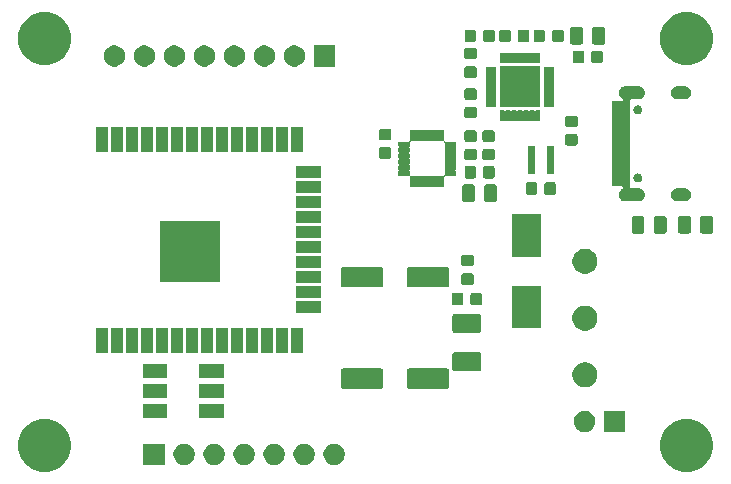
<source format=gbr>
G04 #@! TF.GenerationSoftware,KiCad,Pcbnew,(5.1.5)-2*
G04 #@! TF.CreationDate,2020-03-24T14:46:46+08:00*
G04 #@! TF.ProjectId,ESP32-sensorKit,45535033-322d-4736-956e-736f724b6974,rev?*
G04 #@! TF.SameCoordinates,Original*
G04 #@! TF.FileFunction,Soldermask,Top*
G04 #@! TF.FilePolarity,Negative*
%FSLAX46Y46*%
G04 Gerber Fmt 4.6, Leading zero omitted, Abs format (unit mm)*
G04 Created by KiCad (PCBNEW (5.1.5)-2) date 2020-03-24 14:46:46*
%MOMM*%
%LPD*%
G04 APERTURE LIST*
%ADD10C,0.100000*%
G04 APERTURE END LIST*
D10*
G36*
X164105880Y-108625776D02*
G01*
X164486593Y-108701504D01*
X164896249Y-108871189D01*
X165264929Y-109117534D01*
X165578466Y-109431071D01*
X165824811Y-109799751D01*
X165994496Y-110209407D01*
X166081000Y-110644296D01*
X166081000Y-111087704D01*
X165994496Y-111522593D01*
X165824811Y-111932249D01*
X165578466Y-112300929D01*
X165264929Y-112614466D01*
X164896249Y-112860811D01*
X164486593Y-113030496D01*
X164105880Y-113106224D01*
X164051705Y-113117000D01*
X163608295Y-113117000D01*
X163554120Y-113106224D01*
X163173407Y-113030496D01*
X162763751Y-112860811D01*
X162395071Y-112614466D01*
X162081534Y-112300929D01*
X161835189Y-111932249D01*
X161665504Y-111522593D01*
X161579000Y-111087704D01*
X161579000Y-110644296D01*
X161665504Y-110209407D01*
X161835189Y-109799751D01*
X162081534Y-109431071D01*
X162395071Y-109117534D01*
X162763751Y-108871189D01*
X163173407Y-108701504D01*
X163554120Y-108625776D01*
X163608295Y-108615000D01*
X164051705Y-108615000D01*
X164105880Y-108625776D01*
G37*
G36*
X109749880Y-108625776D02*
G01*
X110130593Y-108701504D01*
X110540249Y-108871189D01*
X110908929Y-109117534D01*
X111222466Y-109431071D01*
X111468811Y-109799751D01*
X111638496Y-110209407D01*
X111725000Y-110644296D01*
X111725000Y-111087704D01*
X111638496Y-111522593D01*
X111468811Y-111932249D01*
X111222466Y-112300929D01*
X110908929Y-112614466D01*
X110540249Y-112860811D01*
X110130593Y-113030496D01*
X109749880Y-113106224D01*
X109695705Y-113117000D01*
X109252295Y-113117000D01*
X109198120Y-113106224D01*
X108817407Y-113030496D01*
X108407751Y-112860811D01*
X108039071Y-112614466D01*
X107725534Y-112300929D01*
X107479189Y-111932249D01*
X107309504Y-111522593D01*
X107223000Y-111087704D01*
X107223000Y-110644296D01*
X107309504Y-110209407D01*
X107479189Y-109799751D01*
X107725534Y-109431071D01*
X108039071Y-109117534D01*
X108407751Y-108871189D01*
X108817407Y-108701504D01*
X109198120Y-108625776D01*
X109252295Y-108615000D01*
X109695705Y-108615000D01*
X109749880Y-108625776D01*
G37*
G36*
X129018512Y-110731927D02*
G01*
X129167812Y-110761624D01*
X129331784Y-110829544D01*
X129479354Y-110928147D01*
X129604853Y-111053646D01*
X129703456Y-111201216D01*
X129771376Y-111365188D01*
X129806000Y-111539259D01*
X129806000Y-111716741D01*
X129771376Y-111890812D01*
X129703456Y-112054784D01*
X129604853Y-112202354D01*
X129479354Y-112327853D01*
X129331784Y-112426456D01*
X129167812Y-112494376D01*
X129018512Y-112524073D01*
X128993742Y-112529000D01*
X128816258Y-112529000D01*
X128791488Y-112524073D01*
X128642188Y-112494376D01*
X128478216Y-112426456D01*
X128330646Y-112327853D01*
X128205147Y-112202354D01*
X128106544Y-112054784D01*
X128038624Y-111890812D01*
X128004000Y-111716741D01*
X128004000Y-111539259D01*
X128038624Y-111365188D01*
X128106544Y-111201216D01*
X128205147Y-111053646D01*
X128330646Y-110928147D01*
X128478216Y-110829544D01*
X128642188Y-110761624D01*
X128791488Y-110731927D01*
X128816258Y-110727000D01*
X128993742Y-110727000D01*
X129018512Y-110731927D01*
G37*
G36*
X123938512Y-110731927D02*
G01*
X124087812Y-110761624D01*
X124251784Y-110829544D01*
X124399354Y-110928147D01*
X124524853Y-111053646D01*
X124623456Y-111201216D01*
X124691376Y-111365188D01*
X124726000Y-111539259D01*
X124726000Y-111716741D01*
X124691376Y-111890812D01*
X124623456Y-112054784D01*
X124524853Y-112202354D01*
X124399354Y-112327853D01*
X124251784Y-112426456D01*
X124087812Y-112494376D01*
X123938512Y-112524073D01*
X123913742Y-112529000D01*
X123736258Y-112529000D01*
X123711488Y-112524073D01*
X123562188Y-112494376D01*
X123398216Y-112426456D01*
X123250646Y-112327853D01*
X123125147Y-112202354D01*
X123026544Y-112054784D01*
X122958624Y-111890812D01*
X122924000Y-111716741D01*
X122924000Y-111539259D01*
X122958624Y-111365188D01*
X123026544Y-111201216D01*
X123125147Y-111053646D01*
X123250646Y-110928147D01*
X123398216Y-110829544D01*
X123562188Y-110761624D01*
X123711488Y-110731927D01*
X123736258Y-110727000D01*
X123913742Y-110727000D01*
X123938512Y-110731927D01*
G37*
G36*
X126478512Y-110731927D02*
G01*
X126627812Y-110761624D01*
X126791784Y-110829544D01*
X126939354Y-110928147D01*
X127064853Y-111053646D01*
X127163456Y-111201216D01*
X127231376Y-111365188D01*
X127266000Y-111539259D01*
X127266000Y-111716741D01*
X127231376Y-111890812D01*
X127163456Y-112054784D01*
X127064853Y-112202354D01*
X126939354Y-112327853D01*
X126791784Y-112426456D01*
X126627812Y-112494376D01*
X126478512Y-112524073D01*
X126453742Y-112529000D01*
X126276258Y-112529000D01*
X126251488Y-112524073D01*
X126102188Y-112494376D01*
X125938216Y-112426456D01*
X125790646Y-112327853D01*
X125665147Y-112202354D01*
X125566544Y-112054784D01*
X125498624Y-111890812D01*
X125464000Y-111716741D01*
X125464000Y-111539259D01*
X125498624Y-111365188D01*
X125566544Y-111201216D01*
X125665147Y-111053646D01*
X125790646Y-110928147D01*
X125938216Y-110829544D01*
X126102188Y-110761624D01*
X126251488Y-110731927D01*
X126276258Y-110727000D01*
X126453742Y-110727000D01*
X126478512Y-110731927D01*
G37*
G36*
X121398512Y-110731927D02*
G01*
X121547812Y-110761624D01*
X121711784Y-110829544D01*
X121859354Y-110928147D01*
X121984853Y-111053646D01*
X122083456Y-111201216D01*
X122151376Y-111365188D01*
X122186000Y-111539259D01*
X122186000Y-111716741D01*
X122151376Y-111890812D01*
X122083456Y-112054784D01*
X121984853Y-112202354D01*
X121859354Y-112327853D01*
X121711784Y-112426456D01*
X121547812Y-112494376D01*
X121398512Y-112524073D01*
X121373742Y-112529000D01*
X121196258Y-112529000D01*
X121171488Y-112524073D01*
X121022188Y-112494376D01*
X120858216Y-112426456D01*
X120710646Y-112327853D01*
X120585147Y-112202354D01*
X120486544Y-112054784D01*
X120418624Y-111890812D01*
X120384000Y-111716741D01*
X120384000Y-111539259D01*
X120418624Y-111365188D01*
X120486544Y-111201216D01*
X120585147Y-111053646D01*
X120710646Y-110928147D01*
X120858216Y-110829544D01*
X121022188Y-110761624D01*
X121171488Y-110731927D01*
X121196258Y-110727000D01*
X121373742Y-110727000D01*
X121398512Y-110731927D01*
G37*
G36*
X131558512Y-110731927D02*
G01*
X131707812Y-110761624D01*
X131871784Y-110829544D01*
X132019354Y-110928147D01*
X132144853Y-111053646D01*
X132243456Y-111201216D01*
X132311376Y-111365188D01*
X132346000Y-111539259D01*
X132346000Y-111716741D01*
X132311376Y-111890812D01*
X132243456Y-112054784D01*
X132144853Y-112202354D01*
X132019354Y-112327853D01*
X131871784Y-112426456D01*
X131707812Y-112494376D01*
X131558512Y-112524073D01*
X131533742Y-112529000D01*
X131356258Y-112529000D01*
X131331488Y-112524073D01*
X131182188Y-112494376D01*
X131018216Y-112426456D01*
X130870646Y-112327853D01*
X130745147Y-112202354D01*
X130646544Y-112054784D01*
X130578624Y-111890812D01*
X130544000Y-111716741D01*
X130544000Y-111539259D01*
X130578624Y-111365188D01*
X130646544Y-111201216D01*
X130745147Y-111053646D01*
X130870646Y-110928147D01*
X131018216Y-110829544D01*
X131182188Y-110761624D01*
X131331488Y-110731927D01*
X131356258Y-110727000D01*
X131533742Y-110727000D01*
X131558512Y-110731927D01*
G37*
G36*
X134098512Y-110731927D02*
G01*
X134247812Y-110761624D01*
X134411784Y-110829544D01*
X134559354Y-110928147D01*
X134684853Y-111053646D01*
X134783456Y-111201216D01*
X134851376Y-111365188D01*
X134886000Y-111539259D01*
X134886000Y-111716741D01*
X134851376Y-111890812D01*
X134783456Y-112054784D01*
X134684853Y-112202354D01*
X134559354Y-112327853D01*
X134411784Y-112426456D01*
X134247812Y-112494376D01*
X134098512Y-112524073D01*
X134073742Y-112529000D01*
X133896258Y-112529000D01*
X133871488Y-112524073D01*
X133722188Y-112494376D01*
X133558216Y-112426456D01*
X133410646Y-112327853D01*
X133285147Y-112202354D01*
X133186544Y-112054784D01*
X133118624Y-111890812D01*
X133084000Y-111716741D01*
X133084000Y-111539259D01*
X133118624Y-111365188D01*
X133186544Y-111201216D01*
X133285147Y-111053646D01*
X133410646Y-110928147D01*
X133558216Y-110829544D01*
X133722188Y-110761624D01*
X133871488Y-110731927D01*
X133896258Y-110727000D01*
X134073742Y-110727000D01*
X134098512Y-110731927D01*
G37*
G36*
X119646000Y-112529000D02*
G01*
X117844000Y-112529000D01*
X117844000Y-110727000D01*
X119646000Y-110727000D01*
X119646000Y-112529000D01*
G37*
G36*
X155307512Y-107937927D02*
G01*
X155456812Y-107967624D01*
X155620784Y-108035544D01*
X155768354Y-108134147D01*
X155893853Y-108259646D01*
X155992456Y-108407216D01*
X156060376Y-108571188D01*
X156095000Y-108745259D01*
X156095000Y-108922741D01*
X156060376Y-109096812D01*
X155992456Y-109260784D01*
X155893853Y-109408354D01*
X155768354Y-109533853D01*
X155620784Y-109632456D01*
X155456812Y-109700376D01*
X155307512Y-109730073D01*
X155282742Y-109735000D01*
X155105258Y-109735000D01*
X155080488Y-109730073D01*
X154931188Y-109700376D01*
X154767216Y-109632456D01*
X154619646Y-109533853D01*
X154494147Y-109408354D01*
X154395544Y-109260784D01*
X154327624Y-109096812D01*
X154293000Y-108922741D01*
X154293000Y-108745259D01*
X154327624Y-108571188D01*
X154395544Y-108407216D01*
X154494147Y-108259646D01*
X154619646Y-108134147D01*
X154767216Y-108035544D01*
X154931188Y-107967624D01*
X155080488Y-107937927D01*
X155105258Y-107933000D01*
X155282742Y-107933000D01*
X155307512Y-107937927D01*
G37*
G36*
X158635000Y-109735000D02*
G01*
X156833000Y-109735000D01*
X156833000Y-107933000D01*
X158635000Y-107933000D01*
X158635000Y-109735000D01*
G37*
G36*
X119872500Y-108595000D02*
G01*
X117770500Y-108595000D01*
X117770500Y-107393000D01*
X119872500Y-107393000D01*
X119872500Y-108595000D01*
G37*
G36*
X124672500Y-108595000D02*
G01*
X122570500Y-108595000D01*
X122570500Y-107393000D01*
X124672500Y-107393000D01*
X124672500Y-108595000D01*
G37*
G36*
X124672500Y-106895000D02*
G01*
X122570500Y-106895000D01*
X122570500Y-105693000D01*
X124672500Y-105693000D01*
X124672500Y-106895000D01*
G37*
G36*
X119872500Y-106895000D02*
G01*
X117770500Y-106895000D01*
X117770500Y-105693000D01*
X119872500Y-105693000D01*
X119872500Y-106895000D01*
G37*
G36*
X137984497Y-104367551D02*
G01*
X138018152Y-104377761D01*
X138049165Y-104394338D01*
X138076351Y-104416649D01*
X138098662Y-104443835D01*
X138115239Y-104474848D01*
X138125449Y-104508503D01*
X138129500Y-104549638D01*
X138129500Y-105879362D01*
X138125449Y-105920497D01*
X138115239Y-105954152D01*
X138098662Y-105985165D01*
X138076351Y-106012351D01*
X138049165Y-106034662D01*
X138018152Y-106051239D01*
X137984497Y-106061449D01*
X137943362Y-106065500D01*
X134713638Y-106065500D01*
X134672503Y-106061449D01*
X134638848Y-106051239D01*
X134607835Y-106034662D01*
X134580649Y-106012351D01*
X134558338Y-105985165D01*
X134541761Y-105954152D01*
X134531551Y-105920497D01*
X134527500Y-105879362D01*
X134527500Y-104549638D01*
X134531551Y-104508503D01*
X134541761Y-104474848D01*
X134558338Y-104443835D01*
X134580649Y-104416649D01*
X134607835Y-104394338D01*
X134638848Y-104377761D01*
X134672503Y-104367551D01*
X134713638Y-104363500D01*
X137943362Y-104363500D01*
X137984497Y-104367551D01*
G37*
G36*
X143584497Y-104367551D02*
G01*
X143618152Y-104377761D01*
X143649165Y-104394338D01*
X143676351Y-104416649D01*
X143698662Y-104443835D01*
X143715239Y-104474848D01*
X143725449Y-104508503D01*
X143729500Y-104549638D01*
X143729500Y-105879362D01*
X143725449Y-105920497D01*
X143715239Y-105954152D01*
X143698662Y-105985165D01*
X143676351Y-106012351D01*
X143649165Y-106034662D01*
X143618152Y-106051239D01*
X143584497Y-106061449D01*
X143543362Y-106065500D01*
X140313638Y-106065500D01*
X140272503Y-106061449D01*
X140238848Y-106051239D01*
X140207835Y-106034662D01*
X140180649Y-106012351D01*
X140158338Y-105985165D01*
X140141761Y-105954152D01*
X140131551Y-105920497D01*
X140127500Y-105879362D01*
X140127500Y-104549638D01*
X140131551Y-104508503D01*
X140141761Y-104474848D01*
X140158338Y-104443835D01*
X140180649Y-104416649D01*
X140207835Y-104394338D01*
X140238848Y-104377761D01*
X140272503Y-104367551D01*
X140313638Y-104363500D01*
X143543362Y-104363500D01*
X143584497Y-104367551D01*
G37*
G36*
X155525964Y-103885189D02*
G01*
X155717233Y-103964415D01*
X155717235Y-103964416D01*
X155889373Y-104079435D01*
X156035765Y-104225827D01*
X156148361Y-104394338D01*
X156150785Y-104397967D01*
X156230011Y-104589236D01*
X156270400Y-104792284D01*
X156270400Y-104999316D01*
X156230011Y-105202364D01*
X156150785Y-105393633D01*
X156150784Y-105393635D01*
X156035765Y-105565773D01*
X155889373Y-105712165D01*
X155717235Y-105827184D01*
X155717234Y-105827185D01*
X155717233Y-105827185D01*
X155525964Y-105906411D01*
X155322916Y-105946800D01*
X155115884Y-105946800D01*
X154912836Y-105906411D01*
X154721567Y-105827185D01*
X154721566Y-105827185D01*
X154721565Y-105827184D01*
X154549427Y-105712165D01*
X154403035Y-105565773D01*
X154288016Y-105393635D01*
X154288015Y-105393633D01*
X154208789Y-105202364D01*
X154168400Y-104999316D01*
X154168400Y-104792284D01*
X154208789Y-104589236D01*
X154288015Y-104397967D01*
X154290440Y-104394338D01*
X154403035Y-104225827D01*
X154549427Y-104079435D01*
X154721565Y-103964416D01*
X154721567Y-103964415D01*
X154912836Y-103885189D01*
X155115884Y-103844800D01*
X155322916Y-103844800D01*
X155525964Y-103885189D01*
G37*
G36*
X119872500Y-105195000D02*
G01*
X117770500Y-105195000D01*
X117770500Y-103993000D01*
X119872500Y-103993000D01*
X119872500Y-105195000D01*
G37*
G36*
X124672500Y-105195000D02*
G01*
X122570500Y-105195000D01*
X122570500Y-103993000D01*
X124672500Y-103993000D01*
X124672500Y-105195000D01*
G37*
G36*
X146302548Y-102994622D02*
G01*
X146336887Y-103005039D01*
X146368536Y-103021956D01*
X146396278Y-103044722D01*
X146419044Y-103072464D01*
X146435961Y-103104113D01*
X146446378Y-103138452D01*
X146450500Y-103180307D01*
X146450500Y-104402693D01*
X146446378Y-104444548D01*
X146435961Y-104478887D01*
X146419044Y-104510536D01*
X146396278Y-104538278D01*
X146368536Y-104561044D01*
X146336887Y-104577961D01*
X146302548Y-104588378D01*
X146260693Y-104592500D01*
X144188307Y-104592500D01*
X144146452Y-104588378D01*
X144112113Y-104577961D01*
X144080464Y-104561044D01*
X144052722Y-104538278D01*
X144029956Y-104510536D01*
X144013039Y-104478887D01*
X144002622Y-104444548D01*
X143998500Y-104402693D01*
X143998500Y-103180307D01*
X144002622Y-103138452D01*
X144013039Y-103104113D01*
X144029956Y-103072464D01*
X144052722Y-103044722D01*
X144080464Y-103021956D01*
X144112113Y-103005039D01*
X144146452Y-102994622D01*
X144188307Y-102990500D01*
X146260693Y-102990500D01*
X146302548Y-102994622D01*
G37*
G36*
X119881000Y-103018000D02*
G01*
X118879000Y-103018000D01*
X118879000Y-100916000D01*
X119881000Y-100916000D01*
X119881000Y-103018000D01*
G37*
G36*
X118611000Y-103018000D02*
G01*
X117609000Y-103018000D01*
X117609000Y-100916000D01*
X118611000Y-100916000D01*
X118611000Y-103018000D01*
G37*
G36*
X121151000Y-103018000D02*
G01*
X120149000Y-103018000D01*
X120149000Y-100916000D01*
X121151000Y-100916000D01*
X121151000Y-103018000D01*
G37*
G36*
X122421000Y-103018000D02*
G01*
X121419000Y-103018000D01*
X121419000Y-100916000D01*
X122421000Y-100916000D01*
X122421000Y-103018000D01*
G37*
G36*
X123691000Y-103018000D02*
G01*
X122689000Y-103018000D01*
X122689000Y-100916000D01*
X123691000Y-100916000D01*
X123691000Y-103018000D01*
G37*
G36*
X124961000Y-103018000D02*
G01*
X123959000Y-103018000D01*
X123959000Y-100916000D01*
X124961000Y-100916000D01*
X124961000Y-103018000D01*
G37*
G36*
X127501000Y-103018000D02*
G01*
X126499000Y-103018000D01*
X126499000Y-100916000D01*
X127501000Y-100916000D01*
X127501000Y-103018000D01*
G37*
G36*
X128771000Y-103018000D02*
G01*
X127769000Y-103018000D01*
X127769000Y-100916000D01*
X128771000Y-100916000D01*
X128771000Y-103018000D01*
G37*
G36*
X130041000Y-103018000D02*
G01*
X129039000Y-103018000D01*
X129039000Y-100916000D01*
X130041000Y-100916000D01*
X130041000Y-103018000D01*
G37*
G36*
X131311000Y-103018000D02*
G01*
X130309000Y-103018000D01*
X130309000Y-100916000D01*
X131311000Y-100916000D01*
X131311000Y-103018000D01*
G37*
G36*
X117341000Y-103018000D02*
G01*
X116339000Y-103018000D01*
X116339000Y-100916000D01*
X117341000Y-100916000D01*
X117341000Y-103018000D01*
G37*
G36*
X116071000Y-103018000D02*
G01*
X115069000Y-103018000D01*
X115069000Y-100916000D01*
X116071000Y-100916000D01*
X116071000Y-103018000D01*
G37*
G36*
X114801000Y-103018000D02*
G01*
X113799000Y-103018000D01*
X113799000Y-100916000D01*
X114801000Y-100916000D01*
X114801000Y-103018000D01*
G37*
G36*
X126231000Y-103018000D02*
G01*
X125229000Y-103018000D01*
X125229000Y-100916000D01*
X126231000Y-100916000D01*
X126231000Y-103018000D01*
G37*
G36*
X146302548Y-99744622D02*
G01*
X146336887Y-99755039D01*
X146368536Y-99771956D01*
X146396278Y-99794722D01*
X146419044Y-99822464D01*
X146435961Y-99854113D01*
X146446378Y-99888452D01*
X146450500Y-99930307D01*
X146450500Y-101152693D01*
X146446378Y-101194548D01*
X146435961Y-101228887D01*
X146419044Y-101260536D01*
X146396278Y-101288278D01*
X146368536Y-101311044D01*
X146336887Y-101327961D01*
X146302548Y-101338378D01*
X146260693Y-101342500D01*
X144188307Y-101342500D01*
X144146452Y-101338378D01*
X144112113Y-101327961D01*
X144080464Y-101311044D01*
X144052722Y-101288278D01*
X144029956Y-101260536D01*
X144013039Y-101228887D01*
X144002622Y-101194548D01*
X143998500Y-101152693D01*
X143998500Y-99930307D01*
X144002622Y-99888452D01*
X144013039Y-99854113D01*
X144029956Y-99822464D01*
X144052722Y-99794722D01*
X144080464Y-99771956D01*
X144112113Y-99755039D01*
X144146452Y-99744622D01*
X144188307Y-99740500D01*
X146260693Y-99740500D01*
X146302548Y-99744622D01*
G37*
G36*
X155525964Y-99085189D02*
G01*
X155717233Y-99164415D01*
X155717235Y-99164416D01*
X155889373Y-99279435D01*
X156035765Y-99425827D01*
X156150785Y-99597967D01*
X156230011Y-99789236D01*
X156270400Y-99992284D01*
X156270400Y-100199316D01*
X156230011Y-100402364D01*
X156150785Y-100593633D01*
X156150784Y-100593635D01*
X156035765Y-100765773D01*
X155889373Y-100912165D01*
X155717235Y-101027184D01*
X155717234Y-101027185D01*
X155717233Y-101027185D01*
X155525964Y-101106411D01*
X155322916Y-101146800D01*
X155115884Y-101146800D01*
X154912836Y-101106411D01*
X154721567Y-101027185D01*
X154721566Y-101027185D01*
X154721565Y-101027184D01*
X154549427Y-100912165D01*
X154403035Y-100765773D01*
X154288016Y-100593635D01*
X154288015Y-100593633D01*
X154208789Y-100402364D01*
X154168400Y-100199316D01*
X154168400Y-99992284D01*
X154208789Y-99789236D01*
X154288015Y-99597967D01*
X154403035Y-99425827D01*
X154549427Y-99279435D01*
X154721565Y-99164416D01*
X154721567Y-99164415D01*
X154912836Y-99085189D01*
X155115884Y-99044800D01*
X155322916Y-99044800D01*
X155525964Y-99085189D01*
G37*
G36*
X151492400Y-100957600D02*
G01*
X149040400Y-100957600D01*
X149040400Y-97355600D01*
X151492400Y-97355600D01*
X151492400Y-100957600D01*
G37*
G36*
X132861000Y-99683000D02*
G01*
X130759000Y-99683000D01*
X130759000Y-98681000D01*
X132861000Y-98681000D01*
X132861000Y-99683000D01*
G37*
G36*
X144779091Y-97961585D02*
G01*
X144813069Y-97971893D01*
X144844390Y-97988634D01*
X144871839Y-98011161D01*
X144894366Y-98038610D01*
X144911107Y-98069931D01*
X144921415Y-98103909D01*
X144925500Y-98145390D01*
X144925500Y-98821610D01*
X144921415Y-98863091D01*
X144911107Y-98897069D01*
X144894366Y-98928390D01*
X144871839Y-98955839D01*
X144844390Y-98978366D01*
X144813069Y-98995107D01*
X144779091Y-99005415D01*
X144737610Y-99009500D01*
X144136390Y-99009500D01*
X144094909Y-99005415D01*
X144060931Y-98995107D01*
X144029610Y-98978366D01*
X144002161Y-98955839D01*
X143979634Y-98928390D01*
X143962893Y-98897069D01*
X143952585Y-98863091D01*
X143948500Y-98821610D01*
X143948500Y-98145390D01*
X143952585Y-98103909D01*
X143962893Y-98069931D01*
X143979634Y-98038610D01*
X144002161Y-98011161D01*
X144029610Y-97988634D01*
X144060931Y-97971893D01*
X144094909Y-97961585D01*
X144136390Y-97957500D01*
X144737610Y-97957500D01*
X144779091Y-97961585D01*
G37*
G36*
X146354091Y-97961585D02*
G01*
X146388069Y-97971893D01*
X146419390Y-97988634D01*
X146446839Y-98011161D01*
X146469366Y-98038610D01*
X146486107Y-98069931D01*
X146496415Y-98103909D01*
X146500500Y-98145390D01*
X146500500Y-98821610D01*
X146496415Y-98863091D01*
X146486107Y-98897069D01*
X146469366Y-98928390D01*
X146446839Y-98955839D01*
X146419390Y-98978366D01*
X146388069Y-98995107D01*
X146354091Y-99005415D01*
X146312610Y-99009500D01*
X145711390Y-99009500D01*
X145669909Y-99005415D01*
X145635931Y-98995107D01*
X145604610Y-98978366D01*
X145577161Y-98955839D01*
X145554634Y-98928390D01*
X145537893Y-98897069D01*
X145527585Y-98863091D01*
X145523500Y-98821610D01*
X145523500Y-98145390D01*
X145527585Y-98103909D01*
X145537893Y-98069931D01*
X145554634Y-98038610D01*
X145577161Y-98011161D01*
X145604610Y-97988634D01*
X145635931Y-97971893D01*
X145669909Y-97961585D01*
X145711390Y-97957500D01*
X146312610Y-97957500D01*
X146354091Y-97961585D01*
G37*
G36*
X132861000Y-98413000D02*
G01*
X130759000Y-98413000D01*
X130759000Y-97411000D01*
X132861000Y-97411000D01*
X132861000Y-98413000D01*
G37*
G36*
X143584497Y-95795051D02*
G01*
X143618152Y-95805261D01*
X143649165Y-95821838D01*
X143676351Y-95844149D01*
X143698662Y-95871335D01*
X143715239Y-95902348D01*
X143725449Y-95936003D01*
X143729500Y-95977138D01*
X143729500Y-97306862D01*
X143725449Y-97347997D01*
X143715239Y-97381652D01*
X143698662Y-97412665D01*
X143676351Y-97439851D01*
X143649165Y-97462162D01*
X143618152Y-97478739D01*
X143584497Y-97488949D01*
X143543362Y-97493000D01*
X140313638Y-97493000D01*
X140272503Y-97488949D01*
X140238848Y-97478739D01*
X140207835Y-97462162D01*
X140180649Y-97439851D01*
X140158338Y-97412665D01*
X140141761Y-97381652D01*
X140131551Y-97347997D01*
X140127500Y-97306862D01*
X140127500Y-95977138D01*
X140131551Y-95936003D01*
X140141761Y-95902348D01*
X140158338Y-95871335D01*
X140180649Y-95844149D01*
X140207835Y-95821838D01*
X140238848Y-95805261D01*
X140272503Y-95795051D01*
X140313638Y-95791000D01*
X143543362Y-95791000D01*
X143584497Y-95795051D01*
G37*
G36*
X137984497Y-95795051D02*
G01*
X138018152Y-95805261D01*
X138049165Y-95821838D01*
X138076351Y-95844149D01*
X138098662Y-95871335D01*
X138115239Y-95902348D01*
X138125449Y-95936003D01*
X138129500Y-95977138D01*
X138129500Y-97306862D01*
X138125449Y-97347997D01*
X138115239Y-97381652D01*
X138098662Y-97412665D01*
X138076351Y-97439851D01*
X138049165Y-97462162D01*
X138018152Y-97478739D01*
X137984497Y-97488949D01*
X137943362Y-97493000D01*
X134713638Y-97493000D01*
X134672503Y-97488949D01*
X134638848Y-97478739D01*
X134607835Y-97462162D01*
X134580649Y-97439851D01*
X134558338Y-97412665D01*
X134541761Y-97381652D01*
X134531551Y-97347997D01*
X134527500Y-97306862D01*
X134527500Y-95977138D01*
X134531551Y-95936003D01*
X134541761Y-95902348D01*
X134558338Y-95871335D01*
X134580649Y-95844149D01*
X134607835Y-95821838D01*
X134638848Y-95805261D01*
X134672503Y-95795051D01*
X134713638Y-95791000D01*
X137943362Y-95791000D01*
X137984497Y-95795051D01*
G37*
G36*
X145667591Y-96310085D02*
G01*
X145701569Y-96320393D01*
X145732890Y-96337134D01*
X145760339Y-96359661D01*
X145782866Y-96387110D01*
X145799607Y-96418431D01*
X145809915Y-96452409D01*
X145814000Y-96493890D01*
X145814000Y-97095110D01*
X145809915Y-97136591D01*
X145799607Y-97170569D01*
X145782866Y-97201890D01*
X145760339Y-97229339D01*
X145732890Y-97251866D01*
X145701569Y-97268607D01*
X145667591Y-97278915D01*
X145626110Y-97283000D01*
X144949890Y-97283000D01*
X144908409Y-97278915D01*
X144874431Y-97268607D01*
X144843110Y-97251866D01*
X144815661Y-97229339D01*
X144793134Y-97201890D01*
X144776393Y-97170569D01*
X144766085Y-97136591D01*
X144762000Y-97095110D01*
X144762000Y-96493890D01*
X144766085Y-96452409D01*
X144776393Y-96418431D01*
X144793134Y-96387110D01*
X144815661Y-96359661D01*
X144843110Y-96337134D01*
X144874431Y-96320393D01*
X144908409Y-96310085D01*
X144949890Y-96306000D01*
X145626110Y-96306000D01*
X145667591Y-96310085D01*
G37*
G36*
X132861000Y-97143000D02*
G01*
X130759000Y-97143000D01*
X130759000Y-96141000D01*
X132861000Y-96141000D01*
X132861000Y-97143000D01*
G37*
G36*
X124351000Y-97018000D02*
G01*
X119249000Y-97018000D01*
X119249000Y-91916000D01*
X124351000Y-91916000D01*
X124351000Y-97018000D01*
G37*
G36*
X155525964Y-94285189D02*
G01*
X155717233Y-94364415D01*
X155717235Y-94364416D01*
X155889373Y-94479435D01*
X156035765Y-94625827D01*
X156141895Y-94784661D01*
X156150785Y-94797967D01*
X156230011Y-94989236D01*
X156270400Y-95192284D01*
X156270400Y-95399316D01*
X156230011Y-95602364D01*
X156150785Y-95793633D01*
X156150784Y-95793635D01*
X156035765Y-95965773D01*
X155889373Y-96112165D01*
X155717235Y-96227184D01*
X155717234Y-96227185D01*
X155717233Y-96227185D01*
X155525964Y-96306411D01*
X155322916Y-96346800D01*
X155115884Y-96346800D01*
X154912836Y-96306411D01*
X154721567Y-96227185D01*
X154721566Y-96227185D01*
X154721565Y-96227184D01*
X154549427Y-96112165D01*
X154403035Y-95965773D01*
X154288016Y-95793635D01*
X154288015Y-95793633D01*
X154208789Y-95602364D01*
X154168400Y-95399316D01*
X154168400Y-95192284D01*
X154208789Y-94989236D01*
X154288015Y-94797967D01*
X154296906Y-94784661D01*
X154403035Y-94625827D01*
X154549427Y-94479435D01*
X154721565Y-94364416D01*
X154721567Y-94364415D01*
X154912836Y-94285189D01*
X155115884Y-94244800D01*
X155322916Y-94244800D01*
X155525964Y-94285189D01*
G37*
G36*
X132861000Y-95873000D02*
G01*
X130759000Y-95873000D01*
X130759000Y-94871000D01*
X132861000Y-94871000D01*
X132861000Y-95873000D01*
G37*
G36*
X145667591Y-94735085D02*
G01*
X145701569Y-94745393D01*
X145732890Y-94762134D01*
X145760339Y-94784661D01*
X145782866Y-94812110D01*
X145799607Y-94843431D01*
X145809915Y-94877409D01*
X145814000Y-94918890D01*
X145814000Y-95520110D01*
X145809915Y-95561591D01*
X145799607Y-95595569D01*
X145782866Y-95626890D01*
X145760339Y-95654339D01*
X145732890Y-95676866D01*
X145701569Y-95693607D01*
X145667591Y-95703915D01*
X145626110Y-95708000D01*
X144949890Y-95708000D01*
X144908409Y-95703915D01*
X144874431Y-95693607D01*
X144843110Y-95676866D01*
X144815661Y-95654339D01*
X144793134Y-95626890D01*
X144776393Y-95595569D01*
X144766085Y-95561591D01*
X144762000Y-95520110D01*
X144762000Y-94918890D01*
X144766085Y-94877409D01*
X144776393Y-94843431D01*
X144793134Y-94812110D01*
X144815661Y-94784661D01*
X144843110Y-94762134D01*
X144874431Y-94745393D01*
X144908409Y-94735085D01*
X144949890Y-94731000D01*
X145626110Y-94731000D01*
X145667591Y-94735085D01*
G37*
G36*
X151492400Y-94907600D02*
G01*
X149040400Y-94907600D01*
X149040400Y-91305600D01*
X151492400Y-91305600D01*
X151492400Y-94907600D01*
G37*
G36*
X132861000Y-94603000D02*
G01*
X130759000Y-94603000D01*
X130759000Y-93601000D01*
X132861000Y-93601000D01*
X132861000Y-94603000D01*
G37*
G36*
X132861000Y-93333000D02*
G01*
X130759000Y-93333000D01*
X130759000Y-92331000D01*
X132861000Y-92331000D01*
X132861000Y-93333000D01*
G37*
G36*
X164026468Y-91450565D02*
G01*
X164065138Y-91462296D01*
X164100777Y-91481346D01*
X164132017Y-91506983D01*
X164157654Y-91538223D01*
X164176704Y-91573862D01*
X164188435Y-91612532D01*
X164193000Y-91658888D01*
X164193000Y-92735112D01*
X164188435Y-92781468D01*
X164176704Y-92820138D01*
X164157654Y-92855777D01*
X164132017Y-92887017D01*
X164100777Y-92912654D01*
X164065138Y-92931704D01*
X164026468Y-92943435D01*
X163980112Y-92948000D01*
X163328888Y-92948000D01*
X163282532Y-92943435D01*
X163243862Y-92931704D01*
X163208223Y-92912654D01*
X163176983Y-92887017D01*
X163151346Y-92855777D01*
X163132296Y-92820138D01*
X163120565Y-92781468D01*
X163116000Y-92735112D01*
X163116000Y-91658888D01*
X163120565Y-91612532D01*
X163132296Y-91573862D01*
X163151346Y-91538223D01*
X163176983Y-91506983D01*
X163208223Y-91481346D01*
X163243862Y-91462296D01*
X163282532Y-91450565D01*
X163328888Y-91446000D01*
X163980112Y-91446000D01*
X164026468Y-91450565D01*
G37*
G36*
X161964468Y-91450565D02*
G01*
X162003138Y-91462296D01*
X162038777Y-91481346D01*
X162070017Y-91506983D01*
X162095654Y-91538223D01*
X162114704Y-91573862D01*
X162126435Y-91612532D01*
X162131000Y-91658888D01*
X162131000Y-92735112D01*
X162126435Y-92781468D01*
X162114704Y-92820138D01*
X162095654Y-92855777D01*
X162070017Y-92887017D01*
X162038777Y-92912654D01*
X162003138Y-92931704D01*
X161964468Y-92943435D01*
X161918112Y-92948000D01*
X161266888Y-92948000D01*
X161220532Y-92943435D01*
X161181862Y-92931704D01*
X161146223Y-92912654D01*
X161114983Y-92887017D01*
X161089346Y-92855777D01*
X161070296Y-92820138D01*
X161058565Y-92781468D01*
X161054000Y-92735112D01*
X161054000Y-91658888D01*
X161058565Y-91612532D01*
X161070296Y-91573862D01*
X161089346Y-91538223D01*
X161114983Y-91506983D01*
X161146223Y-91481346D01*
X161181862Y-91462296D01*
X161220532Y-91450565D01*
X161266888Y-91446000D01*
X161918112Y-91446000D01*
X161964468Y-91450565D01*
G37*
G36*
X160089468Y-91450565D02*
G01*
X160128138Y-91462296D01*
X160163777Y-91481346D01*
X160195017Y-91506983D01*
X160220654Y-91538223D01*
X160239704Y-91573862D01*
X160251435Y-91612532D01*
X160256000Y-91658888D01*
X160256000Y-92735112D01*
X160251435Y-92781468D01*
X160239704Y-92820138D01*
X160220654Y-92855777D01*
X160195017Y-92887017D01*
X160163777Y-92912654D01*
X160128138Y-92931704D01*
X160089468Y-92943435D01*
X160043112Y-92948000D01*
X159391888Y-92948000D01*
X159345532Y-92943435D01*
X159306862Y-92931704D01*
X159271223Y-92912654D01*
X159239983Y-92887017D01*
X159214346Y-92855777D01*
X159195296Y-92820138D01*
X159183565Y-92781468D01*
X159179000Y-92735112D01*
X159179000Y-91658888D01*
X159183565Y-91612532D01*
X159195296Y-91573862D01*
X159214346Y-91538223D01*
X159239983Y-91506983D01*
X159271223Y-91481346D01*
X159306862Y-91462296D01*
X159345532Y-91450565D01*
X159391888Y-91446000D01*
X160043112Y-91446000D01*
X160089468Y-91450565D01*
G37*
G36*
X165901468Y-91450565D02*
G01*
X165940138Y-91462296D01*
X165975777Y-91481346D01*
X166007017Y-91506983D01*
X166032654Y-91538223D01*
X166051704Y-91573862D01*
X166063435Y-91612532D01*
X166068000Y-91658888D01*
X166068000Y-92735112D01*
X166063435Y-92781468D01*
X166051704Y-92820138D01*
X166032654Y-92855777D01*
X166007017Y-92887017D01*
X165975777Y-92912654D01*
X165940138Y-92931704D01*
X165901468Y-92943435D01*
X165855112Y-92948000D01*
X165203888Y-92948000D01*
X165157532Y-92943435D01*
X165118862Y-92931704D01*
X165083223Y-92912654D01*
X165051983Y-92887017D01*
X165026346Y-92855777D01*
X165007296Y-92820138D01*
X164995565Y-92781468D01*
X164991000Y-92735112D01*
X164991000Y-91658888D01*
X164995565Y-91612532D01*
X165007296Y-91573862D01*
X165026346Y-91538223D01*
X165051983Y-91506983D01*
X165083223Y-91481346D01*
X165118862Y-91462296D01*
X165157532Y-91450565D01*
X165203888Y-91446000D01*
X165855112Y-91446000D01*
X165901468Y-91450565D01*
G37*
G36*
X132861000Y-92063000D02*
G01*
X130759000Y-92063000D01*
X130759000Y-91061000D01*
X132861000Y-91061000D01*
X132861000Y-92063000D01*
G37*
G36*
X132861000Y-90793000D02*
G01*
X130759000Y-90793000D01*
X130759000Y-89791000D01*
X132861000Y-89791000D01*
X132861000Y-90793000D01*
G37*
G36*
X147613468Y-88783565D02*
G01*
X147652138Y-88795296D01*
X147687777Y-88814346D01*
X147719017Y-88839983D01*
X147744654Y-88871223D01*
X147763704Y-88906862D01*
X147775435Y-88945532D01*
X147780000Y-88991888D01*
X147780000Y-90068112D01*
X147775435Y-90114468D01*
X147763704Y-90153138D01*
X147744654Y-90188777D01*
X147719017Y-90220017D01*
X147687777Y-90245654D01*
X147652138Y-90264704D01*
X147613468Y-90276435D01*
X147567112Y-90281000D01*
X146915888Y-90281000D01*
X146869532Y-90276435D01*
X146830862Y-90264704D01*
X146795223Y-90245654D01*
X146763983Y-90220017D01*
X146738346Y-90188777D01*
X146719296Y-90153138D01*
X146707565Y-90114468D01*
X146703000Y-90068112D01*
X146703000Y-88991888D01*
X146707565Y-88945532D01*
X146719296Y-88906862D01*
X146738346Y-88871223D01*
X146763983Y-88839983D01*
X146795223Y-88814346D01*
X146830862Y-88795296D01*
X146869532Y-88783565D01*
X146915888Y-88779000D01*
X147567112Y-88779000D01*
X147613468Y-88783565D01*
G37*
G36*
X145738468Y-88783565D02*
G01*
X145777138Y-88795296D01*
X145812777Y-88814346D01*
X145844017Y-88839983D01*
X145869654Y-88871223D01*
X145888704Y-88906862D01*
X145900435Y-88945532D01*
X145905000Y-88991888D01*
X145905000Y-90068112D01*
X145900435Y-90114468D01*
X145888704Y-90153138D01*
X145869654Y-90188777D01*
X145844017Y-90220017D01*
X145812777Y-90245654D01*
X145777138Y-90264704D01*
X145738468Y-90276435D01*
X145692112Y-90281000D01*
X145040888Y-90281000D01*
X144994532Y-90276435D01*
X144955862Y-90264704D01*
X144920223Y-90245654D01*
X144888983Y-90220017D01*
X144863346Y-90188777D01*
X144844296Y-90153138D01*
X144832565Y-90114468D01*
X144828000Y-90068112D01*
X144828000Y-88991888D01*
X144832565Y-88945532D01*
X144844296Y-88906862D01*
X144863346Y-88871223D01*
X144888983Y-88839983D01*
X144920223Y-88814346D01*
X144955862Y-88795296D01*
X144994532Y-88783565D01*
X145040888Y-88779000D01*
X145692112Y-88779000D01*
X145738468Y-88783565D01*
G37*
G36*
X159834015Y-80475973D02*
G01*
X159937879Y-80507479D01*
X159965055Y-80522005D01*
X160033600Y-80558643D01*
X160117501Y-80627499D01*
X160186357Y-80711400D01*
X160205081Y-80746431D01*
X160237521Y-80807121D01*
X160269027Y-80910985D01*
X160279666Y-81019000D01*
X160269027Y-81127015D01*
X160237521Y-81230879D01*
X160237519Y-81230882D01*
X160186357Y-81326600D01*
X160117501Y-81410501D01*
X160033600Y-81479357D01*
X159978014Y-81509068D01*
X159937879Y-81530521D01*
X159834015Y-81562027D01*
X159753067Y-81570000D01*
X159161999Y-81570000D01*
X159137613Y-81572402D01*
X159114164Y-81579515D01*
X159092553Y-81591066D01*
X159073611Y-81606611D01*
X159058066Y-81625553D01*
X159046515Y-81647164D01*
X159039402Y-81670613D01*
X159037000Y-81694999D01*
X159037000Y-88983001D01*
X159039402Y-89007387D01*
X159046515Y-89030836D01*
X159058066Y-89052447D01*
X159073611Y-89071389D01*
X159092553Y-89086934D01*
X159114164Y-89098485D01*
X159137613Y-89105598D01*
X159161999Y-89108000D01*
X159753067Y-89108000D01*
X159834015Y-89115973D01*
X159937879Y-89147479D01*
X159964344Y-89161625D01*
X160033600Y-89198643D01*
X160117501Y-89267499D01*
X160186357Y-89351400D01*
X160222995Y-89419945D01*
X160237521Y-89447121D01*
X160269027Y-89550985D01*
X160279666Y-89659000D01*
X160269027Y-89767015D01*
X160237521Y-89870879D01*
X160237519Y-89870882D01*
X160186357Y-89966600D01*
X160117501Y-90050501D01*
X160033600Y-90119357D01*
X159970400Y-90153138D01*
X159937879Y-90170521D01*
X159834015Y-90202027D01*
X159753067Y-90210000D01*
X158598933Y-90210000D01*
X158517985Y-90202027D01*
X158414121Y-90170521D01*
X158381600Y-90153138D01*
X158318400Y-90119357D01*
X158234499Y-90050501D01*
X158165643Y-89966600D01*
X158114481Y-89870882D01*
X158114479Y-89870879D01*
X158082973Y-89767015D01*
X158072334Y-89659000D01*
X158082973Y-89550985D01*
X158114479Y-89447121D01*
X158129005Y-89419945D01*
X158165643Y-89351400D01*
X158234499Y-89267499D01*
X158318399Y-89198645D01*
X158318398Y-89198645D01*
X158318400Y-89198644D01*
X158362193Y-89175236D01*
X158382563Y-89161625D01*
X158399890Y-89144298D01*
X158413504Y-89123924D01*
X158422881Y-89101285D01*
X158427662Y-89077252D01*
X158427662Y-89052748D01*
X158422882Y-89028714D01*
X158413505Y-89006076D01*
X158399891Y-88985701D01*
X158382564Y-88968374D01*
X158362190Y-88954760D01*
X158339551Y-88945383D01*
X158315518Y-88940602D01*
X158303265Y-88940000D01*
X157485000Y-88940000D01*
X157485000Y-81738000D01*
X158303265Y-81738000D01*
X158327651Y-81735598D01*
X158351100Y-81728485D01*
X158372711Y-81716934D01*
X158391653Y-81701389D01*
X158407198Y-81682447D01*
X158418749Y-81660836D01*
X158425862Y-81637387D01*
X158428264Y-81613001D01*
X158425862Y-81588615D01*
X158418749Y-81565166D01*
X158407198Y-81543555D01*
X158391653Y-81524613D01*
X158372711Y-81509068D01*
X158362198Y-81502767D01*
X158318400Y-81479356D01*
X158234499Y-81410501D01*
X158206275Y-81376110D01*
X158165643Y-81326600D01*
X158114481Y-81230882D01*
X158114479Y-81230879D01*
X158082973Y-81127015D01*
X158072334Y-81019000D01*
X158082973Y-80910985D01*
X158114479Y-80807121D01*
X158146919Y-80746431D01*
X158165643Y-80711400D01*
X158234499Y-80627499D01*
X158318400Y-80558643D01*
X158386945Y-80522005D01*
X158414121Y-80507479D01*
X158517985Y-80475973D01*
X158598933Y-80468000D01*
X159753067Y-80468000D01*
X159834015Y-80475973D01*
G37*
G36*
X163764015Y-89115973D02*
G01*
X163867879Y-89147479D01*
X163894344Y-89161625D01*
X163963600Y-89198643D01*
X164047501Y-89267499D01*
X164116357Y-89351400D01*
X164152995Y-89419945D01*
X164167521Y-89447121D01*
X164199027Y-89550985D01*
X164209666Y-89659000D01*
X164199027Y-89767015D01*
X164167521Y-89870879D01*
X164167519Y-89870882D01*
X164116357Y-89966600D01*
X164047501Y-90050501D01*
X163963600Y-90119357D01*
X163900400Y-90153138D01*
X163867879Y-90170521D01*
X163764015Y-90202027D01*
X163683067Y-90210000D01*
X163028933Y-90210000D01*
X162947985Y-90202027D01*
X162844121Y-90170521D01*
X162811600Y-90153138D01*
X162748400Y-90119357D01*
X162664499Y-90050501D01*
X162595643Y-89966600D01*
X162544481Y-89870882D01*
X162544479Y-89870879D01*
X162512973Y-89767015D01*
X162502334Y-89659000D01*
X162512973Y-89550985D01*
X162544479Y-89447121D01*
X162559005Y-89419945D01*
X162595643Y-89351400D01*
X162664499Y-89267499D01*
X162748400Y-89198643D01*
X162817656Y-89161625D01*
X162844121Y-89147479D01*
X162947985Y-89115973D01*
X163028933Y-89108000D01*
X163683067Y-89108000D01*
X163764015Y-89115973D01*
G37*
G36*
X151040191Y-88601685D02*
G01*
X151074169Y-88611993D01*
X151105490Y-88628734D01*
X151132939Y-88651261D01*
X151155466Y-88678710D01*
X151172207Y-88710031D01*
X151182515Y-88744009D01*
X151186600Y-88785490D01*
X151186600Y-89461710D01*
X151182515Y-89503191D01*
X151172207Y-89537169D01*
X151155466Y-89568490D01*
X151132939Y-89595939D01*
X151105490Y-89618466D01*
X151074169Y-89635207D01*
X151040191Y-89645515D01*
X150998710Y-89649600D01*
X150397490Y-89649600D01*
X150356009Y-89645515D01*
X150322031Y-89635207D01*
X150290710Y-89618466D01*
X150263261Y-89595939D01*
X150240734Y-89568490D01*
X150223993Y-89537169D01*
X150213685Y-89503191D01*
X150209600Y-89461710D01*
X150209600Y-88785490D01*
X150213685Y-88744009D01*
X150223993Y-88710031D01*
X150240734Y-88678710D01*
X150263261Y-88651261D01*
X150290710Y-88628734D01*
X150322031Y-88611993D01*
X150356009Y-88601685D01*
X150397490Y-88597600D01*
X150998710Y-88597600D01*
X151040191Y-88601685D01*
G37*
G36*
X152615191Y-88601685D02*
G01*
X152649169Y-88611993D01*
X152680490Y-88628734D01*
X152707939Y-88651261D01*
X152730466Y-88678710D01*
X152747207Y-88710031D01*
X152757515Y-88744009D01*
X152761600Y-88785490D01*
X152761600Y-89461710D01*
X152757515Y-89503191D01*
X152747207Y-89537169D01*
X152730466Y-89568490D01*
X152707939Y-89595939D01*
X152680490Y-89618466D01*
X152649169Y-89635207D01*
X152615191Y-89645515D01*
X152573710Y-89649600D01*
X151972490Y-89649600D01*
X151931009Y-89645515D01*
X151897031Y-89635207D01*
X151865710Y-89618466D01*
X151838261Y-89595939D01*
X151815734Y-89568490D01*
X151798993Y-89537169D01*
X151788685Y-89503191D01*
X151784600Y-89461710D01*
X151784600Y-88785490D01*
X151788685Y-88744009D01*
X151798993Y-88710031D01*
X151815734Y-88678710D01*
X151838261Y-88651261D01*
X151865710Y-88628734D01*
X151897031Y-88611993D01*
X151931009Y-88601685D01*
X151972490Y-88597600D01*
X152573710Y-88597600D01*
X152615191Y-88601685D01*
G37*
G36*
X132861000Y-89523000D02*
G01*
X130759000Y-89523000D01*
X130759000Y-88521000D01*
X132861000Y-88521000D01*
X132861000Y-89523000D01*
G37*
G36*
X140779295Y-84184323D02*
G01*
X140786309Y-84186451D01*
X140800077Y-84193810D01*
X140822716Y-84203187D01*
X140846749Y-84207967D01*
X140871253Y-84207967D01*
X140895286Y-84203186D01*
X140917923Y-84193810D01*
X140931691Y-84186451D01*
X140938705Y-84184323D01*
X140952140Y-84183000D01*
X141265860Y-84183000D01*
X141279295Y-84184323D01*
X141286309Y-84186451D01*
X141300077Y-84193810D01*
X141322716Y-84203187D01*
X141346749Y-84207967D01*
X141371253Y-84207967D01*
X141395286Y-84203186D01*
X141417923Y-84193810D01*
X141431691Y-84186451D01*
X141438705Y-84184323D01*
X141452140Y-84183000D01*
X141765860Y-84183000D01*
X141779295Y-84184323D01*
X141786309Y-84186451D01*
X141800077Y-84193810D01*
X141822716Y-84203187D01*
X141846749Y-84207967D01*
X141871253Y-84207967D01*
X141895286Y-84203186D01*
X141917923Y-84193810D01*
X141931691Y-84186451D01*
X141938705Y-84184323D01*
X141952140Y-84183000D01*
X142265860Y-84183000D01*
X142279295Y-84184323D01*
X142286309Y-84186451D01*
X142300077Y-84193810D01*
X142322716Y-84203187D01*
X142346749Y-84207967D01*
X142371253Y-84207967D01*
X142395286Y-84203186D01*
X142417923Y-84193810D01*
X142431691Y-84186451D01*
X142438705Y-84184323D01*
X142452140Y-84183000D01*
X142765860Y-84183000D01*
X142779295Y-84184323D01*
X142786309Y-84186451D01*
X142800077Y-84193810D01*
X142822716Y-84203187D01*
X142846749Y-84207967D01*
X142871253Y-84207967D01*
X142895286Y-84203186D01*
X142917923Y-84193810D01*
X142931691Y-84186451D01*
X142938705Y-84184323D01*
X142952140Y-84183000D01*
X143265860Y-84183000D01*
X143279295Y-84184323D01*
X143286310Y-84186451D01*
X143292776Y-84189908D01*
X143298442Y-84194558D01*
X143303092Y-84200224D01*
X143306549Y-84206690D01*
X143308677Y-84213705D01*
X143310000Y-84227140D01*
X143310000Y-85033001D01*
X143312402Y-85057387D01*
X143319515Y-85080836D01*
X143331066Y-85102447D01*
X143346611Y-85121389D01*
X143365553Y-85136934D01*
X143387164Y-85148485D01*
X143410613Y-85155598D01*
X143434999Y-85158000D01*
X144240860Y-85158000D01*
X144254295Y-85159323D01*
X144261310Y-85161451D01*
X144267776Y-85164908D01*
X144273442Y-85169558D01*
X144278092Y-85175224D01*
X144281549Y-85181690D01*
X144283677Y-85188705D01*
X144285000Y-85202140D01*
X144285000Y-85515860D01*
X144283677Y-85529295D01*
X144281549Y-85536309D01*
X144274190Y-85550077D01*
X144264813Y-85572716D01*
X144260033Y-85596749D01*
X144260033Y-85621253D01*
X144264814Y-85645286D01*
X144274190Y-85667923D01*
X144281549Y-85681691D01*
X144283677Y-85688705D01*
X144285000Y-85702140D01*
X144285000Y-86015860D01*
X144283677Y-86029295D01*
X144281549Y-86036309D01*
X144274190Y-86050077D01*
X144264813Y-86072716D01*
X144260033Y-86096749D01*
X144260033Y-86121253D01*
X144264814Y-86145286D01*
X144274190Y-86167923D01*
X144281549Y-86181691D01*
X144283677Y-86188705D01*
X144285000Y-86202140D01*
X144285000Y-86515860D01*
X144283677Y-86529295D01*
X144281549Y-86536309D01*
X144274190Y-86550077D01*
X144264813Y-86572716D01*
X144260033Y-86596749D01*
X144260033Y-86621253D01*
X144264814Y-86645286D01*
X144274190Y-86667923D01*
X144281549Y-86681691D01*
X144283677Y-86688705D01*
X144285000Y-86702140D01*
X144285000Y-87015860D01*
X144283677Y-87029295D01*
X144281549Y-87036309D01*
X144274190Y-87050077D01*
X144264813Y-87072716D01*
X144260033Y-87096749D01*
X144260033Y-87121253D01*
X144264814Y-87145286D01*
X144274190Y-87167923D01*
X144281549Y-87181691D01*
X144283677Y-87188705D01*
X144285000Y-87202140D01*
X144285000Y-87515860D01*
X144283677Y-87529295D01*
X144281549Y-87536309D01*
X144274190Y-87550077D01*
X144264813Y-87572716D01*
X144260033Y-87596749D01*
X144260033Y-87621253D01*
X144264814Y-87645286D01*
X144274190Y-87667923D01*
X144281549Y-87681691D01*
X144283677Y-87688705D01*
X144285000Y-87702140D01*
X144285000Y-88015860D01*
X144283677Y-88029295D01*
X144281549Y-88036310D01*
X144278092Y-88042776D01*
X144273442Y-88048442D01*
X144267776Y-88053092D01*
X144261310Y-88056549D01*
X144254295Y-88058677D01*
X144240860Y-88060000D01*
X143434999Y-88060000D01*
X143410613Y-88062402D01*
X143387164Y-88069515D01*
X143365553Y-88081066D01*
X143346611Y-88096611D01*
X143331066Y-88115553D01*
X143319515Y-88137164D01*
X143312402Y-88160613D01*
X143310000Y-88184999D01*
X143310000Y-88990860D01*
X143308677Y-89004295D01*
X143306549Y-89011310D01*
X143303092Y-89017776D01*
X143298442Y-89023442D01*
X143292776Y-89028092D01*
X143286310Y-89031549D01*
X143279295Y-89033677D01*
X143265860Y-89035000D01*
X142952140Y-89035000D01*
X142938705Y-89033677D01*
X142931691Y-89031549D01*
X142917923Y-89024190D01*
X142895284Y-89014813D01*
X142871251Y-89010033D01*
X142846747Y-89010033D01*
X142822714Y-89014814D01*
X142800077Y-89024190D01*
X142786309Y-89031549D01*
X142779295Y-89033677D01*
X142765860Y-89035000D01*
X142452140Y-89035000D01*
X142438705Y-89033677D01*
X142431691Y-89031549D01*
X142417923Y-89024190D01*
X142395284Y-89014813D01*
X142371251Y-89010033D01*
X142346747Y-89010033D01*
X142322714Y-89014814D01*
X142300077Y-89024190D01*
X142286309Y-89031549D01*
X142279295Y-89033677D01*
X142265860Y-89035000D01*
X141952140Y-89035000D01*
X141938705Y-89033677D01*
X141931691Y-89031549D01*
X141917923Y-89024190D01*
X141895284Y-89014813D01*
X141871251Y-89010033D01*
X141846747Y-89010033D01*
X141822714Y-89014814D01*
X141800077Y-89024190D01*
X141786309Y-89031549D01*
X141779295Y-89033677D01*
X141765860Y-89035000D01*
X141452140Y-89035000D01*
X141438705Y-89033677D01*
X141431691Y-89031549D01*
X141417923Y-89024190D01*
X141395284Y-89014813D01*
X141371251Y-89010033D01*
X141346747Y-89010033D01*
X141322714Y-89014814D01*
X141300077Y-89024190D01*
X141286309Y-89031549D01*
X141279295Y-89033677D01*
X141265860Y-89035000D01*
X140952140Y-89035000D01*
X140938705Y-89033677D01*
X140931691Y-89031549D01*
X140917923Y-89024190D01*
X140895284Y-89014813D01*
X140871251Y-89010033D01*
X140846747Y-89010033D01*
X140822714Y-89014814D01*
X140800077Y-89024190D01*
X140786309Y-89031549D01*
X140779295Y-89033677D01*
X140765860Y-89035000D01*
X140452140Y-89035000D01*
X140438705Y-89033677D01*
X140431690Y-89031549D01*
X140425224Y-89028092D01*
X140419558Y-89023442D01*
X140414908Y-89017776D01*
X140411451Y-89011310D01*
X140409323Y-89004295D01*
X140408000Y-88990860D01*
X140408000Y-88184999D01*
X140405598Y-88160613D01*
X140398485Y-88137164D01*
X140386934Y-88115553D01*
X140371389Y-88096611D01*
X140352447Y-88081066D01*
X140330836Y-88069515D01*
X140307387Y-88062402D01*
X140283001Y-88060000D01*
X139477140Y-88060000D01*
X139463705Y-88058677D01*
X139456690Y-88056549D01*
X139450224Y-88053092D01*
X139444558Y-88048442D01*
X139439908Y-88042776D01*
X139436451Y-88036310D01*
X139434323Y-88029295D01*
X139433000Y-88015860D01*
X139433000Y-87702140D01*
X139434323Y-87688705D01*
X139436451Y-87681691D01*
X139443810Y-87667923D01*
X139453187Y-87645284D01*
X139457967Y-87621251D01*
X139457967Y-87596747D01*
X139453186Y-87572714D01*
X139443810Y-87550077D01*
X139436451Y-87536309D01*
X139434323Y-87529295D01*
X139433000Y-87515860D01*
X139433000Y-87202140D01*
X139434323Y-87188705D01*
X139436451Y-87181691D01*
X139443810Y-87167923D01*
X139453187Y-87145284D01*
X139457967Y-87121251D01*
X139457967Y-87096747D01*
X139453186Y-87072714D01*
X139443810Y-87050077D01*
X139436451Y-87036309D01*
X139434323Y-87029295D01*
X139433000Y-87015860D01*
X139433000Y-86702140D01*
X139434323Y-86688705D01*
X139436451Y-86681691D01*
X139443810Y-86667923D01*
X139453187Y-86645284D01*
X139457967Y-86621251D01*
X139457967Y-86596747D01*
X139453186Y-86572714D01*
X139443810Y-86550077D01*
X139436451Y-86536309D01*
X139434323Y-86529295D01*
X139433000Y-86515860D01*
X139433000Y-86202140D01*
X139434323Y-86188705D01*
X139436451Y-86181691D01*
X139443810Y-86167923D01*
X139453187Y-86145284D01*
X139457967Y-86121251D01*
X139457967Y-86096747D01*
X139453186Y-86072714D01*
X139443810Y-86050077D01*
X139436451Y-86036309D01*
X139434323Y-86029295D01*
X139433000Y-86015860D01*
X139433000Y-85702140D01*
X139434323Y-85688705D01*
X139436451Y-85681691D01*
X139443810Y-85667923D01*
X139453187Y-85645284D01*
X139457967Y-85621251D01*
X139457967Y-85596749D01*
X140360033Y-85596749D01*
X140360033Y-85621253D01*
X140364814Y-85645286D01*
X140374190Y-85667923D01*
X140381549Y-85681691D01*
X140383677Y-85688705D01*
X140385000Y-85702140D01*
X140385000Y-86015860D01*
X140383677Y-86029295D01*
X140381549Y-86036309D01*
X140374190Y-86050077D01*
X140364813Y-86072716D01*
X140360033Y-86096749D01*
X140360033Y-86121253D01*
X140364814Y-86145286D01*
X140374190Y-86167923D01*
X140381549Y-86181691D01*
X140383677Y-86188705D01*
X140385000Y-86202140D01*
X140385000Y-86515860D01*
X140383677Y-86529295D01*
X140381549Y-86536309D01*
X140374190Y-86550077D01*
X140364813Y-86572716D01*
X140360033Y-86596749D01*
X140360033Y-86621253D01*
X140364814Y-86645286D01*
X140374190Y-86667923D01*
X140381549Y-86681691D01*
X140383677Y-86688705D01*
X140385000Y-86702140D01*
X140385000Y-87015860D01*
X140383677Y-87029295D01*
X140381549Y-87036309D01*
X140374190Y-87050077D01*
X140364813Y-87072716D01*
X140360033Y-87096749D01*
X140360033Y-87121253D01*
X140364814Y-87145286D01*
X140374190Y-87167923D01*
X140381549Y-87181691D01*
X140383677Y-87188705D01*
X140385000Y-87202140D01*
X140385000Y-87515860D01*
X140383677Y-87529295D01*
X140381549Y-87536309D01*
X140374190Y-87550077D01*
X140364813Y-87572716D01*
X140360033Y-87596749D01*
X140360033Y-87621253D01*
X140364814Y-87645286D01*
X140374190Y-87667923D01*
X140381549Y-87681691D01*
X140383677Y-87688705D01*
X140385000Y-87702140D01*
X140385000Y-87958001D01*
X140387402Y-87982387D01*
X140394515Y-88005836D01*
X140406066Y-88027447D01*
X140421611Y-88046389D01*
X140440553Y-88061934D01*
X140462164Y-88073485D01*
X140485613Y-88080598D01*
X140509999Y-88083000D01*
X140765860Y-88083000D01*
X140779295Y-88084323D01*
X140786309Y-88086451D01*
X140800077Y-88093810D01*
X140822716Y-88103187D01*
X140846749Y-88107967D01*
X140871253Y-88107967D01*
X140895286Y-88103186D01*
X140917923Y-88093810D01*
X140931691Y-88086451D01*
X140938705Y-88084323D01*
X140952140Y-88083000D01*
X141265860Y-88083000D01*
X141279295Y-88084323D01*
X141286309Y-88086451D01*
X141300077Y-88093810D01*
X141322716Y-88103187D01*
X141346749Y-88107967D01*
X141371253Y-88107967D01*
X141395286Y-88103186D01*
X141417923Y-88093810D01*
X141431691Y-88086451D01*
X141438705Y-88084323D01*
X141452140Y-88083000D01*
X141765860Y-88083000D01*
X141779295Y-88084323D01*
X141786309Y-88086451D01*
X141800077Y-88093810D01*
X141822716Y-88103187D01*
X141846749Y-88107967D01*
X141871253Y-88107967D01*
X141895286Y-88103186D01*
X141917923Y-88093810D01*
X141931691Y-88086451D01*
X141938705Y-88084323D01*
X141952140Y-88083000D01*
X142265860Y-88083000D01*
X142279295Y-88084323D01*
X142286309Y-88086451D01*
X142300077Y-88093810D01*
X142322716Y-88103187D01*
X142346749Y-88107967D01*
X142371253Y-88107967D01*
X142395286Y-88103186D01*
X142417923Y-88093810D01*
X142431691Y-88086451D01*
X142438705Y-88084323D01*
X142452140Y-88083000D01*
X142765860Y-88083000D01*
X142779295Y-88084323D01*
X142786309Y-88086451D01*
X142800077Y-88093810D01*
X142822716Y-88103187D01*
X142846749Y-88107967D01*
X142871253Y-88107967D01*
X142895286Y-88103186D01*
X142917923Y-88093810D01*
X142931691Y-88086451D01*
X142938705Y-88084323D01*
X142952140Y-88083000D01*
X143208001Y-88083000D01*
X143232387Y-88080598D01*
X143255836Y-88073485D01*
X143277447Y-88061934D01*
X143296389Y-88046389D01*
X143311934Y-88027447D01*
X143323485Y-88005836D01*
X143330598Y-87982387D01*
X143333000Y-87958001D01*
X143333000Y-87702140D01*
X143334323Y-87688705D01*
X143336451Y-87681691D01*
X143343810Y-87667923D01*
X143353187Y-87645284D01*
X143357967Y-87621251D01*
X143357967Y-87596747D01*
X143353186Y-87572714D01*
X143343810Y-87550077D01*
X143336451Y-87536309D01*
X143334323Y-87529295D01*
X143333000Y-87515860D01*
X143333000Y-87202140D01*
X143334323Y-87188705D01*
X143336451Y-87181691D01*
X143343810Y-87167923D01*
X143353187Y-87145284D01*
X143357967Y-87121251D01*
X143357967Y-87096747D01*
X143353186Y-87072714D01*
X143343810Y-87050077D01*
X143336451Y-87036309D01*
X143334323Y-87029295D01*
X143333000Y-87015860D01*
X143333000Y-86702140D01*
X143334323Y-86688705D01*
X143336451Y-86681691D01*
X143343810Y-86667923D01*
X143353187Y-86645284D01*
X143357967Y-86621251D01*
X143357967Y-86596747D01*
X143353186Y-86572714D01*
X143343810Y-86550077D01*
X143336451Y-86536309D01*
X143334323Y-86529295D01*
X143333000Y-86515860D01*
X143333000Y-86202140D01*
X143334323Y-86188705D01*
X143336451Y-86181691D01*
X143343810Y-86167923D01*
X143353187Y-86145284D01*
X143357967Y-86121251D01*
X143357967Y-86096747D01*
X143353186Y-86072714D01*
X143343810Y-86050077D01*
X143336451Y-86036309D01*
X143334323Y-86029295D01*
X143333000Y-86015860D01*
X143333000Y-85702140D01*
X143334323Y-85688705D01*
X143336451Y-85681691D01*
X143343810Y-85667923D01*
X143353187Y-85645284D01*
X143357967Y-85621251D01*
X143357967Y-85596747D01*
X143353186Y-85572714D01*
X143343810Y-85550077D01*
X143336451Y-85536309D01*
X143334323Y-85529295D01*
X143333000Y-85515860D01*
X143333000Y-85259999D01*
X143330598Y-85235613D01*
X143323485Y-85212164D01*
X143311934Y-85190553D01*
X143296389Y-85171611D01*
X143277447Y-85156066D01*
X143255836Y-85144515D01*
X143232387Y-85137402D01*
X143208001Y-85135000D01*
X142952140Y-85135000D01*
X142938705Y-85133677D01*
X142931691Y-85131549D01*
X142917923Y-85124190D01*
X142895284Y-85114813D01*
X142871251Y-85110033D01*
X142846747Y-85110033D01*
X142822714Y-85114814D01*
X142800077Y-85124190D01*
X142786309Y-85131549D01*
X142779295Y-85133677D01*
X142765860Y-85135000D01*
X142452140Y-85135000D01*
X142438705Y-85133677D01*
X142431691Y-85131549D01*
X142417923Y-85124190D01*
X142395284Y-85114813D01*
X142371251Y-85110033D01*
X142346747Y-85110033D01*
X142322714Y-85114814D01*
X142300077Y-85124190D01*
X142286309Y-85131549D01*
X142279295Y-85133677D01*
X142265860Y-85135000D01*
X141952140Y-85135000D01*
X141938705Y-85133677D01*
X141931691Y-85131549D01*
X141917923Y-85124190D01*
X141895284Y-85114813D01*
X141871251Y-85110033D01*
X141846747Y-85110033D01*
X141822714Y-85114814D01*
X141800077Y-85124190D01*
X141786309Y-85131549D01*
X141779295Y-85133677D01*
X141765860Y-85135000D01*
X141452140Y-85135000D01*
X141438705Y-85133677D01*
X141431691Y-85131549D01*
X141417923Y-85124190D01*
X141395284Y-85114813D01*
X141371251Y-85110033D01*
X141346747Y-85110033D01*
X141322714Y-85114814D01*
X141300077Y-85124190D01*
X141286309Y-85131549D01*
X141279295Y-85133677D01*
X141265860Y-85135000D01*
X140952140Y-85135000D01*
X140938705Y-85133677D01*
X140931691Y-85131549D01*
X140917923Y-85124190D01*
X140895284Y-85114813D01*
X140871251Y-85110033D01*
X140846747Y-85110033D01*
X140822714Y-85114814D01*
X140800077Y-85124190D01*
X140786309Y-85131549D01*
X140779295Y-85133677D01*
X140765860Y-85135000D01*
X140509999Y-85135000D01*
X140485613Y-85137402D01*
X140462164Y-85144515D01*
X140440553Y-85156066D01*
X140421611Y-85171611D01*
X140406066Y-85190553D01*
X140394515Y-85212164D01*
X140387402Y-85235613D01*
X140385000Y-85259999D01*
X140385000Y-85515860D01*
X140383677Y-85529295D01*
X140381549Y-85536309D01*
X140374190Y-85550077D01*
X140364813Y-85572716D01*
X140360033Y-85596749D01*
X139457967Y-85596749D01*
X139457967Y-85596747D01*
X139453186Y-85572714D01*
X139443810Y-85550077D01*
X139436451Y-85536309D01*
X139434323Y-85529295D01*
X139433000Y-85515860D01*
X139433000Y-85202140D01*
X139434323Y-85188705D01*
X139436451Y-85181690D01*
X139439908Y-85175224D01*
X139444558Y-85169558D01*
X139450224Y-85164908D01*
X139456690Y-85161451D01*
X139463705Y-85159323D01*
X139477140Y-85158000D01*
X140283001Y-85158000D01*
X140307387Y-85155598D01*
X140330836Y-85148485D01*
X140352447Y-85136934D01*
X140371389Y-85121389D01*
X140386934Y-85102447D01*
X140398485Y-85080836D01*
X140405598Y-85057387D01*
X140408000Y-85033001D01*
X140408000Y-84227140D01*
X140409323Y-84213705D01*
X140411451Y-84206690D01*
X140414908Y-84200224D01*
X140419558Y-84194558D01*
X140425224Y-84189908D01*
X140431690Y-84186451D01*
X140438705Y-84184323D01*
X140452140Y-84183000D01*
X140765860Y-84183000D01*
X140779295Y-84184323D01*
G37*
G36*
X159815672Y-87867449D02*
G01*
X159815674Y-87867450D01*
X159815675Y-87867450D01*
X159884103Y-87895793D01*
X159945686Y-87936942D01*
X159998058Y-87989314D01*
X160039207Y-88050897D01*
X160067550Y-88119325D01*
X160067551Y-88119328D01*
X160076749Y-88165569D01*
X160082000Y-88191967D01*
X160082000Y-88266033D01*
X160067550Y-88338675D01*
X160039207Y-88407103D01*
X159998058Y-88468686D01*
X159945686Y-88521058D01*
X159884103Y-88562207D01*
X159815675Y-88590550D01*
X159815674Y-88590550D01*
X159815672Y-88590551D01*
X159743034Y-88605000D01*
X159668966Y-88605000D01*
X159596328Y-88590551D01*
X159596326Y-88590550D01*
X159596325Y-88590550D01*
X159527897Y-88562207D01*
X159466314Y-88521058D01*
X159413942Y-88468686D01*
X159372793Y-88407103D01*
X159344450Y-88338675D01*
X159330000Y-88266033D01*
X159330000Y-88191967D01*
X159335251Y-88165569D01*
X159344449Y-88119328D01*
X159344450Y-88119325D01*
X159372793Y-88050897D01*
X159413942Y-87989314D01*
X159466314Y-87936942D01*
X159527897Y-87895793D01*
X159596325Y-87867450D01*
X159596326Y-87867450D01*
X159596328Y-87867449D01*
X159668966Y-87853000D01*
X159743034Y-87853000D01*
X159815672Y-87867449D01*
G37*
G36*
X145858591Y-87230085D02*
G01*
X145892569Y-87240393D01*
X145923890Y-87257134D01*
X145951339Y-87279661D01*
X145973866Y-87307110D01*
X145990607Y-87338431D01*
X146000915Y-87372409D01*
X146005000Y-87413890D01*
X146005000Y-88090110D01*
X146000915Y-88131591D01*
X145990607Y-88165569D01*
X145973866Y-88196890D01*
X145951339Y-88224339D01*
X145923890Y-88246866D01*
X145892569Y-88263607D01*
X145858591Y-88273915D01*
X145817110Y-88278000D01*
X145215890Y-88278000D01*
X145174409Y-88273915D01*
X145140431Y-88263607D01*
X145109110Y-88246866D01*
X145081661Y-88224339D01*
X145059134Y-88196890D01*
X145042393Y-88165569D01*
X145032085Y-88131591D01*
X145028000Y-88090110D01*
X145028000Y-87413890D01*
X145032085Y-87372409D01*
X145042393Y-87338431D01*
X145059134Y-87307110D01*
X145081661Y-87279661D01*
X145109110Y-87257134D01*
X145140431Y-87240393D01*
X145174409Y-87230085D01*
X145215890Y-87226000D01*
X145817110Y-87226000D01*
X145858591Y-87230085D01*
G37*
G36*
X147433591Y-87230085D02*
G01*
X147467569Y-87240393D01*
X147498890Y-87257134D01*
X147526339Y-87279661D01*
X147548866Y-87307110D01*
X147565607Y-87338431D01*
X147575915Y-87372409D01*
X147580000Y-87413890D01*
X147580000Y-88090110D01*
X147575915Y-88131591D01*
X147565607Y-88165569D01*
X147548866Y-88196890D01*
X147526339Y-88224339D01*
X147498890Y-88246866D01*
X147467569Y-88263607D01*
X147433591Y-88273915D01*
X147392110Y-88278000D01*
X146790890Y-88278000D01*
X146749409Y-88273915D01*
X146715431Y-88263607D01*
X146684110Y-88246866D01*
X146656661Y-88224339D01*
X146634134Y-88196890D01*
X146617393Y-88165569D01*
X146607085Y-88131591D01*
X146603000Y-88090110D01*
X146603000Y-87413890D01*
X146607085Y-87372409D01*
X146617393Y-87338431D01*
X146634134Y-87307110D01*
X146656661Y-87279661D01*
X146684110Y-87257134D01*
X146715431Y-87240393D01*
X146749409Y-87230085D01*
X146790890Y-87226000D01*
X147392110Y-87226000D01*
X147433591Y-87230085D01*
G37*
G36*
X132861000Y-88253000D02*
G01*
X130759000Y-88253000D01*
X130759000Y-87251000D01*
X132861000Y-87251000D01*
X132861000Y-88253000D01*
G37*
G36*
X151012000Y-87886200D02*
G01*
X150410000Y-87886200D01*
X150410000Y-85484200D01*
X151012000Y-85484200D01*
X151012000Y-87886200D01*
G37*
G36*
X152612000Y-87886200D02*
G01*
X152010000Y-87886200D01*
X152010000Y-85484200D01*
X152612000Y-85484200D01*
X152612000Y-87886200D01*
G37*
G36*
X145921591Y-85769085D02*
G01*
X145955569Y-85779393D01*
X145986890Y-85796134D01*
X146014339Y-85818661D01*
X146036866Y-85846110D01*
X146053607Y-85877431D01*
X146063915Y-85911409D01*
X146068000Y-85952890D01*
X146068000Y-86554110D01*
X146063915Y-86595591D01*
X146053607Y-86629569D01*
X146036866Y-86660890D01*
X146014339Y-86688339D01*
X145986890Y-86710866D01*
X145955569Y-86727607D01*
X145921591Y-86737915D01*
X145880110Y-86742000D01*
X145203890Y-86742000D01*
X145162409Y-86737915D01*
X145128431Y-86727607D01*
X145097110Y-86710866D01*
X145069661Y-86688339D01*
X145047134Y-86660890D01*
X145030393Y-86629569D01*
X145020085Y-86595591D01*
X145016000Y-86554110D01*
X145016000Y-85952890D01*
X145020085Y-85911409D01*
X145030393Y-85877431D01*
X145047134Y-85846110D01*
X145069661Y-85818661D01*
X145097110Y-85796134D01*
X145128431Y-85779393D01*
X145162409Y-85769085D01*
X145203890Y-85765000D01*
X145880110Y-85765000D01*
X145921591Y-85769085D01*
G37*
G36*
X147445591Y-85769085D02*
G01*
X147479569Y-85779393D01*
X147510890Y-85796134D01*
X147538339Y-85818661D01*
X147560866Y-85846110D01*
X147577607Y-85877431D01*
X147587915Y-85911409D01*
X147592000Y-85952890D01*
X147592000Y-86554110D01*
X147587915Y-86595591D01*
X147577607Y-86629569D01*
X147560866Y-86660890D01*
X147538339Y-86688339D01*
X147510890Y-86710866D01*
X147479569Y-86727607D01*
X147445591Y-86737915D01*
X147404110Y-86742000D01*
X146727890Y-86742000D01*
X146686409Y-86737915D01*
X146652431Y-86727607D01*
X146621110Y-86710866D01*
X146593661Y-86688339D01*
X146571134Y-86660890D01*
X146554393Y-86629569D01*
X146544085Y-86595591D01*
X146540000Y-86554110D01*
X146540000Y-85952890D01*
X146544085Y-85911409D01*
X146554393Y-85877431D01*
X146571134Y-85846110D01*
X146593661Y-85818661D01*
X146621110Y-85796134D01*
X146652431Y-85779393D01*
X146686409Y-85769085D01*
X146727890Y-85765000D01*
X147404110Y-85765000D01*
X147445591Y-85769085D01*
G37*
G36*
X138682591Y-85642085D02*
G01*
X138716569Y-85652393D01*
X138747890Y-85669134D01*
X138775339Y-85691661D01*
X138797866Y-85719110D01*
X138814607Y-85750431D01*
X138824915Y-85784409D01*
X138829000Y-85825890D01*
X138829000Y-86427110D01*
X138824915Y-86468591D01*
X138814607Y-86502569D01*
X138797866Y-86533890D01*
X138775339Y-86561339D01*
X138747890Y-86583866D01*
X138716569Y-86600607D01*
X138682591Y-86610915D01*
X138641110Y-86615000D01*
X137964890Y-86615000D01*
X137923409Y-86610915D01*
X137889431Y-86600607D01*
X137858110Y-86583866D01*
X137830661Y-86561339D01*
X137808134Y-86533890D01*
X137791393Y-86502569D01*
X137781085Y-86468591D01*
X137777000Y-86427110D01*
X137777000Y-85825890D01*
X137781085Y-85784409D01*
X137791393Y-85750431D01*
X137808134Y-85719110D01*
X137830661Y-85691661D01*
X137858110Y-85669134D01*
X137889431Y-85652393D01*
X137923409Y-85642085D01*
X137964890Y-85638000D01*
X138641110Y-85638000D01*
X138682591Y-85642085D01*
G37*
G36*
X114801000Y-86018000D02*
G01*
X113799000Y-86018000D01*
X113799000Y-83916000D01*
X114801000Y-83916000D01*
X114801000Y-86018000D01*
G37*
G36*
X118611000Y-86018000D02*
G01*
X117609000Y-86018000D01*
X117609000Y-83916000D01*
X118611000Y-83916000D01*
X118611000Y-86018000D01*
G37*
G36*
X122421000Y-86018000D02*
G01*
X121419000Y-86018000D01*
X121419000Y-83916000D01*
X122421000Y-83916000D01*
X122421000Y-86018000D01*
G37*
G36*
X128771000Y-86018000D02*
G01*
X127769000Y-86018000D01*
X127769000Y-83916000D01*
X128771000Y-83916000D01*
X128771000Y-86018000D01*
G37*
G36*
X116071000Y-86018000D02*
G01*
X115069000Y-86018000D01*
X115069000Y-83916000D01*
X116071000Y-83916000D01*
X116071000Y-86018000D01*
G37*
G36*
X131311000Y-86018000D02*
G01*
X130309000Y-86018000D01*
X130309000Y-83916000D01*
X131311000Y-83916000D01*
X131311000Y-86018000D01*
G37*
G36*
X127501000Y-86018000D02*
G01*
X126499000Y-86018000D01*
X126499000Y-83916000D01*
X127501000Y-83916000D01*
X127501000Y-86018000D01*
G37*
G36*
X126231000Y-86018000D02*
G01*
X125229000Y-86018000D01*
X125229000Y-83916000D01*
X126231000Y-83916000D01*
X126231000Y-86018000D01*
G37*
G36*
X130041000Y-86018000D02*
G01*
X129039000Y-86018000D01*
X129039000Y-83916000D01*
X130041000Y-83916000D01*
X130041000Y-86018000D01*
G37*
G36*
X124961000Y-86018000D02*
G01*
X123959000Y-86018000D01*
X123959000Y-83916000D01*
X124961000Y-83916000D01*
X124961000Y-86018000D01*
G37*
G36*
X121151000Y-86018000D02*
G01*
X120149000Y-86018000D01*
X120149000Y-83916000D01*
X121151000Y-83916000D01*
X121151000Y-86018000D01*
G37*
G36*
X119881000Y-86018000D02*
G01*
X118879000Y-86018000D01*
X118879000Y-83916000D01*
X119881000Y-83916000D01*
X119881000Y-86018000D01*
G37*
G36*
X123691000Y-86018000D02*
G01*
X122689000Y-86018000D01*
X122689000Y-83916000D01*
X123691000Y-83916000D01*
X123691000Y-86018000D01*
G37*
G36*
X117341000Y-86018000D02*
G01*
X116339000Y-86018000D01*
X116339000Y-83916000D01*
X117341000Y-83916000D01*
X117341000Y-86018000D01*
G37*
G36*
X154455991Y-84524485D02*
G01*
X154489969Y-84534793D01*
X154521290Y-84551534D01*
X154548739Y-84574061D01*
X154571266Y-84601510D01*
X154588007Y-84632831D01*
X154598315Y-84666809D01*
X154602400Y-84708290D01*
X154602400Y-85309510D01*
X154598315Y-85350991D01*
X154588007Y-85384969D01*
X154571266Y-85416290D01*
X154548739Y-85443739D01*
X154521290Y-85466266D01*
X154489969Y-85483007D01*
X154455991Y-85493315D01*
X154414510Y-85497400D01*
X153738290Y-85497400D01*
X153696809Y-85493315D01*
X153662831Y-85483007D01*
X153631510Y-85466266D01*
X153604061Y-85443739D01*
X153581534Y-85416290D01*
X153564793Y-85384969D01*
X153554485Y-85350991D01*
X153550400Y-85309510D01*
X153550400Y-84708290D01*
X153554485Y-84666809D01*
X153564793Y-84632831D01*
X153581534Y-84601510D01*
X153604061Y-84574061D01*
X153631510Y-84551534D01*
X153662831Y-84534793D01*
X153696809Y-84524485D01*
X153738290Y-84520400D01*
X154414510Y-84520400D01*
X154455991Y-84524485D01*
G37*
G36*
X147445591Y-84194085D02*
G01*
X147479569Y-84204393D01*
X147510890Y-84221134D01*
X147538339Y-84243661D01*
X147560866Y-84271110D01*
X147577607Y-84302431D01*
X147587915Y-84336409D01*
X147592000Y-84377890D01*
X147592000Y-84979110D01*
X147587915Y-85020591D01*
X147577607Y-85054569D01*
X147560866Y-85085890D01*
X147538339Y-85113339D01*
X147510890Y-85135866D01*
X147479569Y-85152607D01*
X147445591Y-85162915D01*
X147404110Y-85167000D01*
X146727890Y-85167000D01*
X146686409Y-85162915D01*
X146652431Y-85152607D01*
X146621110Y-85135866D01*
X146593661Y-85113339D01*
X146571134Y-85085890D01*
X146554393Y-85054569D01*
X146544085Y-85020591D01*
X146540000Y-84979110D01*
X146540000Y-84377890D01*
X146544085Y-84336409D01*
X146554393Y-84302431D01*
X146571134Y-84271110D01*
X146593661Y-84243661D01*
X146621110Y-84221134D01*
X146652431Y-84204393D01*
X146686409Y-84194085D01*
X146727890Y-84190000D01*
X147404110Y-84190000D01*
X147445591Y-84194085D01*
G37*
G36*
X145921591Y-84194085D02*
G01*
X145955569Y-84204393D01*
X145986890Y-84221134D01*
X146014339Y-84243661D01*
X146036866Y-84271110D01*
X146053607Y-84302431D01*
X146063915Y-84336409D01*
X146068000Y-84377890D01*
X146068000Y-84979110D01*
X146063915Y-85020591D01*
X146053607Y-85054569D01*
X146036866Y-85085890D01*
X146014339Y-85113339D01*
X145986890Y-85135866D01*
X145955569Y-85152607D01*
X145921591Y-85162915D01*
X145880110Y-85167000D01*
X145203890Y-85167000D01*
X145162409Y-85162915D01*
X145128431Y-85152607D01*
X145097110Y-85135866D01*
X145069661Y-85113339D01*
X145047134Y-85085890D01*
X145030393Y-85054569D01*
X145020085Y-85020591D01*
X145016000Y-84979110D01*
X145016000Y-84377890D01*
X145020085Y-84336409D01*
X145030393Y-84302431D01*
X145047134Y-84271110D01*
X145069661Y-84243661D01*
X145097110Y-84221134D01*
X145128431Y-84204393D01*
X145162409Y-84194085D01*
X145203890Y-84190000D01*
X145880110Y-84190000D01*
X145921591Y-84194085D01*
G37*
G36*
X138682591Y-84067085D02*
G01*
X138716569Y-84077393D01*
X138747890Y-84094134D01*
X138775339Y-84116661D01*
X138797866Y-84144110D01*
X138814607Y-84175431D01*
X138824915Y-84209409D01*
X138829000Y-84250890D01*
X138829000Y-84852110D01*
X138824915Y-84893591D01*
X138814607Y-84927569D01*
X138797866Y-84958890D01*
X138775339Y-84986339D01*
X138747890Y-85008866D01*
X138716569Y-85025607D01*
X138682591Y-85035915D01*
X138641110Y-85040000D01*
X137964890Y-85040000D01*
X137923409Y-85035915D01*
X137889431Y-85025607D01*
X137858110Y-85008866D01*
X137830661Y-84986339D01*
X137808134Y-84958890D01*
X137791393Y-84927569D01*
X137781085Y-84893591D01*
X137777000Y-84852110D01*
X137777000Y-84250890D01*
X137781085Y-84209409D01*
X137791393Y-84175431D01*
X137808134Y-84144110D01*
X137830661Y-84116661D01*
X137858110Y-84094134D01*
X137889431Y-84077393D01*
X137923409Y-84067085D01*
X137964890Y-84063000D01*
X138641110Y-84063000D01*
X138682591Y-84067085D01*
G37*
G36*
X154455991Y-82949485D02*
G01*
X154489969Y-82959793D01*
X154521290Y-82976534D01*
X154548739Y-82999061D01*
X154571266Y-83026510D01*
X154588007Y-83057831D01*
X154598315Y-83091809D01*
X154602400Y-83133290D01*
X154602400Y-83734510D01*
X154598315Y-83775991D01*
X154588007Y-83809969D01*
X154571266Y-83841290D01*
X154548739Y-83868739D01*
X154521290Y-83891266D01*
X154489969Y-83908007D01*
X154455991Y-83918315D01*
X154414510Y-83922400D01*
X153738290Y-83922400D01*
X153696809Y-83918315D01*
X153662831Y-83908007D01*
X153631510Y-83891266D01*
X153604061Y-83868739D01*
X153581534Y-83841290D01*
X153564793Y-83809969D01*
X153554485Y-83775991D01*
X153550400Y-83734510D01*
X153550400Y-83133290D01*
X153554485Y-83091809D01*
X153564793Y-83057831D01*
X153581534Y-83026510D01*
X153604061Y-82999061D01*
X153631510Y-82976534D01*
X153662831Y-82959793D01*
X153696809Y-82949485D01*
X153738290Y-82945400D01*
X154414510Y-82945400D01*
X154455991Y-82949485D01*
G37*
G36*
X148388355Y-82513083D02*
G01*
X148393029Y-82514501D01*
X148397330Y-82516800D01*
X148403702Y-82522029D01*
X148424076Y-82535643D01*
X148446715Y-82545020D01*
X148470749Y-82549800D01*
X148495253Y-82549800D01*
X148519286Y-82545019D01*
X148541925Y-82535642D01*
X148562298Y-82522029D01*
X148568670Y-82516800D01*
X148572971Y-82514501D01*
X148577645Y-82513083D01*
X148588641Y-82512000D01*
X148877359Y-82512000D01*
X148888355Y-82513083D01*
X148893029Y-82514501D01*
X148897330Y-82516800D01*
X148903702Y-82522029D01*
X148924076Y-82535643D01*
X148946715Y-82545020D01*
X148970749Y-82549800D01*
X148995253Y-82549800D01*
X149019286Y-82545019D01*
X149041925Y-82535642D01*
X149062298Y-82522029D01*
X149068670Y-82516800D01*
X149072971Y-82514501D01*
X149077645Y-82513083D01*
X149088641Y-82512000D01*
X149377359Y-82512000D01*
X149388355Y-82513083D01*
X149393029Y-82514501D01*
X149397330Y-82516800D01*
X149403702Y-82522029D01*
X149424076Y-82535643D01*
X149446715Y-82545020D01*
X149470749Y-82549800D01*
X149495253Y-82549800D01*
X149519286Y-82545019D01*
X149541925Y-82535642D01*
X149562298Y-82522029D01*
X149568670Y-82516800D01*
X149572971Y-82514501D01*
X149577645Y-82513083D01*
X149588641Y-82512000D01*
X149877359Y-82512000D01*
X149888355Y-82513083D01*
X149893029Y-82514501D01*
X149897330Y-82516800D01*
X149903702Y-82522029D01*
X149924076Y-82535643D01*
X149946715Y-82545020D01*
X149970749Y-82549800D01*
X149995253Y-82549800D01*
X150019286Y-82545019D01*
X150041925Y-82535642D01*
X150062298Y-82522029D01*
X150068670Y-82516800D01*
X150072971Y-82514501D01*
X150077645Y-82513083D01*
X150088641Y-82512000D01*
X150377359Y-82512000D01*
X150388355Y-82513083D01*
X150393029Y-82514501D01*
X150397330Y-82516800D01*
X150403702Y-82522029D01*
X150424076Y-82535643D01*
X150446715Y-82545020D01*
X150470749Y-82549800D01*
X150495253Y-82549800D01*
X150519286Y-82545019D01*
X150541925Y-82535642D01*
X150562298Y-82522029D01*
X150568670Y-82516800D01*
X150572971Y-82514501D01*
X150577645Y-82513083D01*
X150588641Y-82512000D01*
X150877359Y-82512000D01*
X150888355Y-82513083D01*
X150893029Y-82514501D01*
X150897330Y-82516800D01*
X150903702Y-82522029D01*
X150924076Y-82535643D01*
X150946715Y-82545020D01*
X150970749Y-82549800D01*
X150995253Y-82549800D01*
X151019286Y-82545019D01*
X151041925Y-82535642D01*
X151062298Y-82522029D01*
X151068670Y-82516800D01*
X151072971Y-82514501D01*
X151077645Y-82513083D01*
X151088641Y-82512000D01*
X151377359Y-82512000D01*
X151388355Y-82513083D01*
X151393029Y-82514501D01*
X151397331Y-82516800D01*
X151401104Y-82519896D01*
X151404200Y-82523669D01*
X151406499Y-82527971D01*
X151407917Y-82532645D01*
X151409000Y-82543641D01*
X151409000Y-83382359D01*
X151407917Y-83393355D01*
X151406499Y-83398029D01*
X151404200Y-83402331D01*
X151401104Y-83406104D01*
X151397331Y-83409200D01*
X151393029Y-83411499D01*
X151388355Y-83412917D01*
X151377359Y-83414000D01*
X151088641Y-83414000D01*
X151077645Y-83412917D01*
X151072971Y-83411499D01*
X151068670Y-83409200D01*
X151062298Y-83403971D01*
X151041924Y-83390357D01*
X151019285Y-83380980D01*
X150995251Y-83376200D01*
X150970747Y-83376200D01*
X150946714Y-83380981D01*
X150924075Y-83390358D01*
X150903702Y-83403971D01*
X150897330Y-83409200D01*
X150893029Y-83411499D01*
X150888355Y-83412917D01*
X150877359Y-83414000D01*
X150588641Y-83414000D01*
X150577645Y-83412917D01*
X150572971Y-83411499D01*
X150568670Y-83409200D01*
X150562298Y-83403971D01*
X150541924Y-83390357D01*
X150519285Y-83380980D01*
X150495251Y-83376200D01*
X150470747Y-83376200D01*
X150446714Y-83380981D01*
X150424075Y-83390358D01*
X150403702Y-83403971D01*
X150397330Y-83409200D01*
X150393029Y-83411499D01*
X150388355Y-83412917D01*
X150377359Y-83414000D01*
X150088641Y-83414000D01*
X150077645Y-83412917D01*
X150072971Y-83411499D01*
X150068670Y-83409200D01*
X150062298Y-83403971D01*
X150041924Y-83390357D01*
X150019285Y-83380980D01*
X149995251Y-83376200D01*
X149970747Y-83376200D01*
X149946714Y-83380981D01*
X149924075Y-83390358D01*
X149903702Y-83403971D01*
X149897330Y-83409200D01*
X149893029Y-83411499D01*
X149888355Y-83412917D01*
X149877359Y-83414000D01*
X149588641Y-83414000D01*
X149577645Y-83412917D01*
X149572971Y-83411499D01*
X149568670Y-83409200D01*
X149562298Y-83403971D01*
X149541924Y-83390357D01*
X149519285Y-83380980D01*
X149495251Y-83376200D01*
X149470747Y-83376200D01*
X149446714Y-83380981D01*
X149424075Y-83390358D01*
X149403702Y-83403971D01*
X149397330Y-83409200D01*
X149393029Y-83411499D01*
X149388355Y-83412917D01*
X149377359Y-83414000D01*
X149088641Y-83414000D01*
X149077645Y-83412917D01*
X149072971Y-83411499D01*
X149068670Y-83409200D01*
X149062298Y-83403971D01*
X149041924Y-83390357D01*
X149019285Y-83380980D01*
X148995251Y-83376200D01*
X148970747Y-83376200D01*
X148946714Y-83380981D01*
X148924075Y-83390358D01*
X148903702Y-83403971D01*
X148897330Y-83409200D01*
X148893029Y-83411499D01*
X148888355Y-83412917D01*
X148877359Y-83414000D01*
X148588641Y-83414000D01*
X148577645Y-83412917D01*
X148572971Y-83411499D01*
X148568670Y-83409200D01*
X148562298Y-83403971D01*
X148541924Y-83390357D01*
X148519285Y-83380980D01*
X148495251Y-83376200D01*
X148470747Y-83376200D01*
X148446714Y-83380981D01*
X148424075Y-83390358D01*
X148403702Y-83403971D01*
X148397330Y-83409200D01*
X148393029Y-83411499D01*
X148388355Y-83412917D01*
X148377359Y-83414000D01*
X148088641Y-83414000D01*
X148077645Y-83412917D01*
X148072971Y-83411499D01*
X148068669Y-83409200D01*
X148064896Y-83406104D01*
X148061800Y-83402331D01*
X148059501Y-83398029D01*
X148058083Y-83393355D01*
X148057000Y-83382359D01*
X148057000Y-82543641D01*
X148058083Y-82532645D01*
X148059501Y-82527971D01*
X148061800Y-82523669D01*
X148064896Y-82519896D01*
X148068669Y-82516800D01*
X148072971Y-82514501D01*
X148077645Y-82513083D01*
X148088641Y-82512000D01*
X148377359Y-82512000D01*
X148388355Y-82513083D01*
G37*
G36*
X145921591Y-82213085D02*
G01*
X145955569Y-82223393D01*
X145986890Y-82240134D01*
X146014339Y-82262661D01*
X146036866Y-82290110D01*
X146053607Y-82321431D01*
X146063915Y-82355409D01*
X146068000Y-82396890D01*
X146068000Y-82998110D01*
X146063915Y-83039591D01*
X146053607Y-83073569D01*
X146036866Y-83104890D01*
X146014339Y-83132339D01*
X145986890Y-83154866D01*
X145955569Y-83171607D01*
X145921591Y-83181915D01*
X145880110Y-83186000D01*
X145203890Y-83186000D01*
X145162409Y-83181915D01*
X145128431Y-83171607D01*
X145097110Y-83154866D01*
X145069661Y-83132339D01*
X145047134Y-83104890D01*
X145030393Y-83073569D01*
X145020085Y-83039591D01*
X145016000Y-82998110D01*
X145016000Y-82396890D01*
X145020085Y-82355409D01*
X145030393Y-82321431D01*
X145047134Y-82290110D01*
X145069661Y-82262661D01*
X145097110Y-82240134D01*
X145128431Y-82223393D01*
X145162409Y-82213085D01*
X145203890Y-82209000D01*
X145880110Y-82209000D01*
X145921591Y-82213085D01*
G37*
G36*
X159815672Y-82087449D02*
G01*
X159815674Y-82087450D01*
X159815675Y-82087450D01*
X159884103Y-82115793D01*
X159945686Y-82156942D01*
X159998058Y-82209314D01*
X160039207Y-82270897D01*
X160060138Y-82321431D01*
X160067551Y-82339328D01*
X160082000Y-82411966D01*
X160082000Y-82486034D01*
X160069316Y-82549800D01*
X160067550Y-82558675D01*
X160039207Y-82627103D01*
X159998058Y-82688686D01*
X159945686Y-82741058D01*
X159884103Y-82782207D01*
X159815675Y-82810550D01*
X159815674Y-82810550D01*
X159815672Y-82810551D01*
X159743034Y-82825000D01*
X159668966Y-82825000D01*
X159596328Y-82810551D01*
X159596326Y-82810550D01*
X159596325Y-82810550D01*
X159527897Y-82782207D01*
X159466314Y-82741058D01*
X159413942Y-82688686D01*
X159372793Y-82627103D01*
X159344450Y-82558675D01*
X159342685Y-82549800D01*
X159330000Y-82486034D01*
X159330000Y-82411966D01*
X159344449Y-82339328D01*
X159351862Y-82321431D01*
X159372793Y-82270897D01*
X159413942Y-82209314D01*
X159466314Y-82156942D01*
X159527897Y-82115793D01*
X159596325Y-82087450D01*
X159596326Y-82087450D01*
X159596328Y-82087449D01*
X159668966Y-82073000D01*
X159743034Y-82073000D01*
X159815672Y-82087449D01*
G37*
G36*
X151459000Y-82239000D02*
G01*
X148007000Y-82239000D01*
X148007000Y-78787000D01*
X151459000Y-78787000D01*
X151459000Y-82239000D01*
G37*
G36*
X152613355Y-78838083D02*
G01*
X152618029Y-78839501D01*
X152622331Y-78841800D01*
X152626104Y-78844896D01*
X152629200Y-78848669D01*
X152631499Y-78852971D01*
X152632917Y-78857645D01*
X152634000Y-78868641D01*
X152634000Y-79157359D01*
X152632917Y-79168355D01*
X152631499Y-79173029D01*
X152629200Y-79177330D01*
X152623971Y-79183702D01*
X152610357Y-79204076D01*
X152600980Y-79226715D01*
X152596200Y-79250749D01*
X152596200Y-79275253D01*
X152600981Y-79299286D01*
X152610358Y-79321925D01*
X152623971Y-79342298D01*
X152629200Y-79348670D01*
X152631499Y-79352971D01*
X152632917Y-79357645D01*
X152634000Y-79368641D01*
X152634000Y-79657359D01*
X152632917Y-79668355D01*
X152631499Y-79673029D01*
X152629200Y-79677330D01*
X152623971Y-79683702D01*
X152610357Y-79704076D01*
X152600980Y-79726715D01*
X152596200Y-79750749D01*
X152596200Y-79775253D01*
X152600981Y-79799286D01*
X152610358Y-79821925D01*
X152623971Y-79842298D01*
X152629200Y-79848670D01*
X152631499Y-79852971D01*
X152632917Y-79857645D01*
X152634000Y-79868641D01*
X152634000Y-80157359D01*
X152632917Y-80168355D01*
X152631499Y-80173029D01*
X152629200Y-80177330D01*
X152623971Y-80183702D01*
X152610357Y-80204076D01*
X152600980Y-80226715D01*
X152596200Y-80250749D01*
X152596200Y-80275253D01*
X152600981Y-80299286D01*
X152610358Y-80321925D01*
X152623971Y-80342298D01*
X152629200Y-80348670D01*
X152631499Y-80352971D01*
X152632917Y-80357645D01*
X152634000Y-80368641D01*
X152634000Y-80657359D01*
X152632917Y-80668355D01*
X152631499Y-80673029D01*
X152629200Y-80677330D01*
X152623971Y-80683702D01*
X152610357Y-80704076D01*
X152600980Y-80726715D01*
X152596200Y-80750749D01*
X152596200Y-80775253D01*
X152600981Y-80799286D01*
X152610358Y-80821925D01*
X152623971Y-80842298D01*
X152629200Y-80848670D01*
X152631499Y-80852971D01*
X152632917Y-80857645D01*
X152634000Y-80868641D01*
X152634000Y-81157359D01*
X152632917Y-81168355D01*
X152631499Y-81173029D01*
X152629200Y-81177330D01*
X152623971Y-81183702D01*
X152610357Y-81204076D01*
X152600980Y-81226715D01*
X152596200Y-81250749D01*
X152596200Y-81275253D01*
X152600981Y-81299286D01*
X152610358Y-81321925D01*
X152623971Y-81342298D01*
X152629200Y-81348670D01*
X152631499Y-81352971D01*
X152632917Y-81357645D01*
X152634000Y-81368641D01*
X152634000Y-81657359D01*
X152632917Y-81668355D01*
X152631499Y-81673029D01*
X152629200Y-81677330D01*
X152623971Y-81683702D01*
X152610357Y-81704076D01*
X152600980Y-81726715D01*
X152596200Y-81750749D01*
X152596200Y-81775253D01*
X152600981Y-81799286D01*
X152610358Y-81821925D01*
X152623971Y-81842298D01*
X152629200Y-81848670D01*
X152631499Y-81852971D01*
X152632917Y-81857645D01*
X152634000Y-81868641D01*
X152634000Y-82157359D01*
X152632917Y-82168355D01*
X152631499Y-82173029D01*
X152629200Y-82177331D01*
X152626104Y-82181104D01*
X152622331Y-82184200D01*
X152618029Y-82186499D01*
X152613355Y-82187917D01*
X152602359Y-82189000D01*
X151763641Y-82189000D01*
X151752645Y-82187917D01*
X151747971Y-82186499D01*
X151743669Y-82184200D01*
X151739896Y-82181104D01*
X151736800Y-82177331D01*
X151734501Y-82173029D01*
X151733083Y-82168355D01*
X151732000Y-82157359D01*
X151732000Y-81868641D01*
X151733083Y-81857645D01*
X151734501Y-81852971D01*
X151736800Y-81848670D01*
X151742029Y-81842298D01*
X151755643Y-81821924D01*
X151765020Y-81799285D01*
X151769800Y-81775251D01*
X151769800Y-81750747D01*
X151765019Y-81726714D01*
X151755642Y-81704075D01*
X151742029Y-81683702D01*
X151736800Y-81677330D01*
X151734501Y-81673029D01*
X151733083Y-81668355D01*
X151732000Y-81657359D01*
X151732000Y-81368641D01*
X151733083Y-81357645D01*
X151734501Y-81352971D01*
X151736800Y-81348670D01*
X151742029Y-81342298D01*
X151755643Y-81321924D01*
X151765020Y-81299285D01*
X151769800Y-81275251D01*
X151769800Y-81250747D01*
X151765019Y-81226714D01*
X151755642Y-81204075D01*
X151742029Y-81183702D01*
X151736800Y-81177330D01*
X151734501Y-81173029D01*
X151733083Y-81168355D01*
X151732000Y-81157359D01*
X151732000Y-80868641D01*
X151733083Y-80857645D01*
X151734501Y-80852971D01*
X151736800Y-80848670D01*
X151742029Y-80842298D01*
X151755643Y-80821924D01*
X151765020Y-80799285D01*
X151769800Y-80775251D01*
X151769800Y-80750747D01*
X151765019Y-80726714D01*
X151755642Y-80704075D01*
X151742029Y-80683702D01*
X151736800Y-80677330D01*
X151734501Y-80673029D01*
X151733083Y-80668355D01*
X151732000Y-80657359D01*
X151732000Y-80368641D01*
X151733083Y-80357645D01*
X151734501Y-80352971D01*
X151736800Y-80348670D01*
X151742029Y-80342298D01*
X151755643Y-80321924D01*
X151765020Y-80299285D01*
X151769800Y-80275251D01*
X151769800Y-80250747D01*
X151765019Y-80226714D01*
X151755642Y-80204075D01*
X151742029Y-80183702D01*
X151736800Y-80177330D01*
X151734501Y-80173029D01*
X151733083Y-80168355D01*
X151732000Y-80157359D01*
X151732000Y-79868641D01*
X151733083Y-79857645D01*
X151734501Y-79852971D01*
X151736800Y-79848670D01*
X151742029Y-79842298D01*
X151755643Y-79821924D01*
X151765020Y-79799285D01*
X151769800Y-79775251D01*
X151769800Y-79750747D01*
X151765019Y-79726714D01*
X151755642Y-79704075D01*
X151742029Y-79683702D01*
X151736800Y-79677330D01*
X151734501Y-79673029D01*
X151733083Y-79668355D01*
X151732000Y-79657359D01*
X151732000Y-79368641D01*
X151733083Y-79357645D01*
X151734501Y-79352971D01*
X151736800Y-79348670D01*
X151742029Y-79342298D01*
X151755643Y-79321924D01*
X151765020Y-79299285D01*
X151769800Y-79275251D01*
X151769800Y-79250747D01*
X151765019Y-79226714D01*
X151755642Y-79204075D01*
X151742029Y-79183702D01*
X151736800Y-79177330D01*
X151734501Y-79173029D01*
X151733083Y-79168355D01*
X151732000Y-79157359D01*
X151732000Y-78868641D01*
X151733083Y-78857645D01*
X151734501Y-78852971D01*
X151736800Y-78848669D01*
X151739896Y-78844896D01*
X151743669Y-78841800D01*
X151747971Y-78839501D01*
X151752645Y-78838083D01*
X151763641Y-78837000D01*
X152602359Y-78837000D01*
X152613355Y-78838083D01*
G37*
G36*
X147713355Y-78838083D02*
G01*
X147718029Y-78839501D01*
X147722331Y-78841800D01*
X147726104Y-78844896D01*
X147729200Y-78848669D01*
X147731499Y-78852971D01*
X147732917Y-78857645D01*
X147734000Y-78868641D01*
X147734000Y-79157359D01*
X147732917Y-79168355D01*
X147731499Y-79173029D01*
X147729200Y-79177330D01*
X147723971Y-79183702D01*
X147710357Y-79204076D01*
X147700980Y-79226715D01*
X147696200Y-79250749D01*
X147696200Y-79275253D01*
X147700981Y-79299286D01*
X147710358Y-79321925D01*
X147723971Y-79342298D01*
X147729200Y-79348670D01*
X147731499Y-79352971D01*
X147732917Y-79357645D01*
X147734000Y-79368641D01*
X147734000Y-79657359D01*
X147732917Y-79668355D01*
X147731499Y-79673029D01*
X147729200Y-79677330D01*
X147723971Y-79683702D01*
X147710357Y-79704076D01*
X147700980Y-79726715D01*
X147696200Y-79750749D01*
X147696200Y-79775253D01*
X147700981Y-79799286D01*
X147710358Y-79821925D01*
X147723971Y-79842298D01*
X147729200Y-79848670D01*
X147731499Y-79852971D01*
X147732917Y-79857645D01*
X147734000Y-79868641D01*
X147734000Y-80157359D01*
X147732917Y-80168355D01*
X147731499Y-80173029D01*
X147729200Y-80177330D01*
X147723971Y-80183702D01*
X147710357Y-80204076D01*
X147700980Y-80226715D01*
X147696200Y-80250749D01*
X147696200Y-80275253D01*
X147700981Y-80299286D01*
X147710358Y-80321925D01*
X147723971Y-80342298D01*
X147729200Y-80348670D01*
X147731499Y-80352971D01*
X147732917Y-80357645D01*
X147734000Y-80368641D01*
X147734000Y-80657359D01*
X147732917Y-80668355D01*
X147731499Y-80673029D01*
X147729200Y-80677330D01*
X147723971Y-80683702D01*
X147710357Y-80704076D01*
X147700980Y-80726715D01*
X147696200Y-80750749D01*
X147696200Y-80775253D01*
X147700981Y-80799286D01*
X147710358Y-80821925D01*
X147723971Y-80842298D01*
X147729200Y-80848670D01*
X147731499Y-80852971D01*
X147732917Y-80857645D01*
X147734000Y-80868641D01*
X147734000Y-81157359D01*
X147732917Y-81168355D01*
X147731499Y-81173029D01*
X147729200Y-81177330D01*
X147723971Y-81183702D01*
X147710357Y-81204076D01*
X147700980Y-81226715D01*
X147696200Y-81250749D01*
X147696200Y-81275253D01*
X147700981Y-81299286D01*
X147710358Y-81321925D01*
X147723971Y-81342298D01*
X147729200Y-81348670D01*
X147731499Y-81352971D01*
X147732917Y-81357645D01*
X147734000Y-81368641D01*
X147734000Y-81657359D01*
X147732917Y-81668355D01*
X147731499Y-81673029D01*
X147729200Y-81677330D01*
X147723971Y-81683702D01*
X147710357Y-81704076D01*
X147700980Y-81726715D01*
X147696200Y-81750749D01*
X147696200Y-81775253D01*
X147700981Y-81799286D01*
X147710358Y-81821925D01*
X147723971Y-81842298D01*
X147729200Y-81848670D01*
X147731499Y-81852971D01*
X147732917Y-81857645D01*
X147734000Y-81868641D01*
X147734000Y-82157359D01*
X147732917Y-82168355D01*
X147731499Y-82173029D01*
X147729200Y-82177331D01*
X147726104Y-82181104D01*
X147722331Y-82184200D01*
X147718029Y-82186499D01*
X147713355Y-82187917D01*
X147702359Y-82189000D01*
X146863641Y-82189000D01*
X146852645Y-82187917D01*
X146847971Y-82186499D01*
X146843669Y-82184200D01*
X146839896Y-82181104D01*
X146836800Y-82177331D01*
X146834501Y-82173029D01*
X146833083Y-82168355D01*
X146832000Y-82157359D01*
X146832000Y-81868641D01*
X146833083Y-81857645D01*
X146834501Y-81852971D01*
X146836800Y-81848670D01*
X146842029Y-81842298D01*
X146855643Y-81821924D01*
X146865020Y-81799285D01*
X146869800Y-81775251D01*
X146869800Y-81750747D01*
X146865019Y-81726714D01*
X146855642Y-81704075D01*
X146842029Y-81683702D01*
X146836800Y-81677330D01*
X146834501Y-81673029D01*
X146833083Y-81668355D01*
X146832000Y-81657359D01*
X146832000Y-81368641D01*
X146833083Y-81357645D01*
X146834501Y-81352971D01*
X146836800Y-81348670D01*
X146842029Y-81342298D01*
X146855643Y-81321924D01*
X146865020Y-81299285D01*
X146869800Y-81275251D01*
X146869800Y-81250747D01*
X146865019Y-81226714D01*
X146855642Y-81204075D01*
X146842029Y-81183702D01*
X146836800Y-81177330D01*
X146834501Y-81173029D01*
X146833083Y-81168355D01*
X146832000Y-81157359D01*
X146832000Y-80868641D01*
X146833083Y-80857645D01*
X146834501Y-80852971D01*
X146836800Y-80848670D01*
X146842029Y-80842298D01*
X146855643Y-80821924D01*
X146865020Y-80799285D01*
X146869800Y-80775251D01*
X146869800Y-80750747D01*
X146865019Y-80726714D01*
X146855642Y-80704075D01*
X146842029Y-80683702D01*
X146836800Y-80677330D01*
X146834501Y-80673029D01*
X146833083Y-80668355D01*
X146832000Y-80657359D01*
X146832000Y-80368641D01*
X146833083Y-80357645D01*
X146834501Y-80352971D01*
X146836800Y-80348670D01*
X146842029Y-80342298D01*
X146855643Y-80321924D01*
X146865020Y-80299285D01*
X146869800Y-80275251D01*
X146869800Y-80250747D01*
X146865019Y-80226714D01*
X146855642Y-80204075D01*
X146842029Y-80183702D01*
X146836800Y-80177330D01*
X146834501Y-80173029D01*
X146833083Y-80168355D01*
X146832000Y-80157359D01*
X146832000Y-79868641D01*
X146833083Y-79857645D01*
X146834501Y-79852971D01*
X146836800Y-79848670D01*
X146842029Y-79842298D01*
X146855643Y-79821924D01*
X146865020Y-79799285D01*
X146869800Y-79775251D01*
X146869800Y-79750747D01*
X146865019Y-79726714D01*
X146855642Y-79704075D01*
X146842029Y-79683702D01*
X146836800Y-79677330D01*
X146834501Y-79673029D01*
X146833083Y-79668355D01*
X146832000Y-79657359D01*
X146832000Y-79368641D01*
X146833083Y-79357645D01*
X146834501Y-79352971D01*
X146836800Y-79348670D01*
X146842029Y-79342298D01*
X146855643Y-79321924D01*
X146865020Y-79299285D01*
X146869800Y-79275251D01*
X146869800Y-79250747D01*
X146865019Y-79226714D01*
X146855642Y-79204075D01*
X146842029Y-79183702D01*
X146836800Y-79177330D01*
X146834501Y-79173029D01*
X146833083Y-79168355D01*
X146832000Y-79157359D01*
X146832000Y-78868641D01*
X146833083Y-78857645D01*
X146834501Y-78852971D01*
X146836800Y-78848669D01*
X146839896Y-78844896D01*
X146843669Y-78841800D01*
X146847971Y-78839501D01*
X146852645Y-78838083D01*
X146863641Y-78837000D01*
X147702359Y-78837000D01*
X147713355Y-78838083D01*
G37*
G36*
X145921591Y-80638085D02*
G01*
X145955569Y-80648393D01*
X145986890Y-80665134D01*
X146014339Y-80687661D01*
X146036866Y-80715110D01*
X146053607Y-80746431D01*
X146063915Y-80780409D01*
X146068000Y-80821890D01*
X146068000Y-81423110D01*
X146063915Y-81464591D01*
X146053607Y-81498569D01*
X146036866Y-81529890D01*
X146014339Y-81557339D01*
X145986890Y-81579866D01*
X145955569Y-81596607D01*
X145921591Y-81606915D01*
X145880110Y-81611000D01*
X145203890Y-81611000D01*
X145162409Y-81606915D01*
X145128431Y-81596607D01*
X145097110Y-81579866D01*
X145069661Y-81557339D01*
X145047134Y-81529890D01*
X145030393Y-81498569D01*
X145020085Y-81464591D01*
X145016000Y-81423110D01*
X145016000Y-80821890D01*
X145020085Y-80780409D01*
X145030393Y-80746431D01*
X145047134Y-80715110D01*
X145069661Y-80687661D01*
X145097110Y-80665134D01*
X145128431Y-80648393D01*
X145162409Y-80638085D01*
X145203890Y-80634000D01*
X145880110Y-80634000D01*
X145921591Y-80638085D01*
G37*
G36*
X163764015Y-80475973D02*
G01*
X163867879Y-80507479D01*
X163895055Y-80522005D01*
X163963600Y-80558643D01*
X164047501Y-80627499D01*
X164116357Y-80711400D01*
X164135081Y-80746431D01*
X164167521Y-80807121D01*
X164199027Y-80910985D01*
X164209666Y-81019000D01*
X164199027Y-81127015D01*
X164167521Y-81230879D01*
X164167519Y-81230882D01*
X164116357Y-81326600D01*
X164047501Y-81410501D01*
X163963600Y-81479357D01*
X163908014Y-81509068D01*
X163867879Y-81530521D01*
X163764015Y-81562027D01*
X163683067Y-81570000D01*
X163028933Y-81570000D01*
X162947985Y-81562027D01*
X162844121Y-81530521D01*
X162803986Y-81509068D01*
X162748400Y-81479357D01*
X162664499Y-81410501D01*
X162595643Y-81326600D01*
X162544481Y-81230882D01*
X162544479Y-81230879D01*
X162512973Y-81127015D01*
X162502334Y-81019000D01*
X162512973Y-80910985D01*
X162544479Y-80807121D01*
X162576919Y-80746431D01*
X162595643Y-80711400D01*
X162664499Y-80627499D01*
X162748400Y-80558643D01*
X162816945Y-80522005D01*
X162844121Y-80507479D01*
X162947985Y-80475973D01*
X163028933Y-80468000D01*
X163683067Y-80468000D01*
X163764015Y-80475973D01*
G37*
G36*
X145921591Y-78784085D02*
G01*
X145955569Y-78794393D01*
X145986890Y-78811134D01*
X146014339Y-78833661D01*
X146036866Y-78861110D01*
X146053607Y-78892431D01*
X146063915Y-78926409D01*
X146068000Y-78967890D01*
X146068000Y-79569110D01*
X146063915Y-79610591D01*
X146053607Y-79644569D01*
X146036866Y-79675890D01*
X146014339Y-79703339D01*
X145986890Y-79725866D01*
X145955569Y-79742607D01*
X145921591Y-79752915D01*
X145880110Y-79757000D01*
X145203890Y-79757000D01*
X145162409Y-79752915D01*
X145128431Y-79742607D01*
X145097110Y-79725866D01*
X145069661Y-79703339D01*
X145047134Y-79675890D01*
X145030393Y-79644569D01*
X145020085Y-79610591D01*
X145016000Y-79569110D01*
X145016000Y-78967890D01*
X145020085Y-78926409D01*
X145030393Y-78892431D01*
X145047134Y-78861110D01*
X145069661Y-78833661D01*
X145097110Y-78811134D01*
X145128431Y-78794393D01*
X145162409Y-78784085D01*
X145203890Y-78780000D01*
X145880110Y-78780000D01*
X145921591Y-78784085D01*
G37*
G36*
X120573012Y-77013427D02*
G01*
X120722312Y-77043124D01*
X120886284Y-77111044D01*
X121033854Y-77209647D01*
X121159353Y-77335146D01*
X121257956Y-77482716D01*
X121325876Y-77646688D01*
X121339147Y-77713410D01*
X121360500Y-77820758D01*
X121360500Y-77998242D01*
X121356823Y-78016726D01*
X121325876Y-78172312D01*
X121257956Y-78336284D01*
X121159353Y-78483854D01*
X121033854Y-78609353D01*
X120886284Y-78707956D01*
X120722312Y-78775876D01*
X120573012Y-78805573D01*
X120548242Y-78810500D01*
X120370758Y-78810500D01*
X120345988Y-78805573D01*
X120196688Y-78775876D01*
X120032716Y-78707956D01*
X119885146Y-78609353D01*
X119759647Y-78483854D01*
X119661044Y-78336284D01*
X119593124Y-78172312D01*
X119562177Y-78016726D01*
X119558500Y-77998242D01*
X119558500Y-77820758D01*
X119579853Y-77713410D01*
X119593124Y-77646688D01*
X119661044Y-77482716D01*
X119759647Y-77335146D01*
X119885146Y-77209647D01*
X120032716Y-77111044D01*
X120196688Y-77043124D01*
X120345988Y-77013427D01*
X120370758Y-77008500D01*
X120548242Y-77008500D01*
X120573012Y-77013427D01*
G37*
G36*
X134060500Y-78810500D02*
G01*
X132258500Y-78810500D01*
X132258500Y-77008500D01*
X134060500Y-77008500D01*
X134060500Y-78810500D01*
G37*
G36*
X130733012Y-77013427D02*
G01*
X130882312Y-77043124D01*
X131046284Y-77111044D01*
X131193854Y-77209647D01*
X131319353Y-77335146D01*
X131417956Y-77482716D01*
X131485876Y-77646688D01*
X131499147Y-77713410D01*
X131520500Y-77820758D01*
X131520500Y-77998242D01*
X131516823Y-78016726D01*
X131485876Y-78172312D01*
X131417956Y-78336284D01*
X131319353Y-78483854D01*
X131193854Y-78609353D01*
X131046284Y-78707956D01*
X130882312Y-78775876D01*
X130733012Y-78805573D01*
X130708242Y-78810500D01*
X130530758Y-78810500D01*
X130505988Y-78805573D01*
X130356688Y-78775876D01*
X130192716Y-78707956D01*
X130045146Y-78609353D01*
X129919647Y-78483854D01*
X129821044Y-78336284D01*
X129753124Y-78172312D01*
X129722177Y-78016726D01*
X129718500Y-77998242D01*
X129718500Y-77820758D01*
X129739853Y-77713410D01*
X129753124Y-77646688D01*
X129821044Y-77482716D01*
X129919647Y-77335146D01*
X130045146Y-77209647D01*
X130192716Y-77111044D01*
X130356688Y-77043124D01*
X130505988Y-77013427D01*
X130530758Y-77008500D01*
X130708242Y-77008500D01*
X130733012Y-77013427D01*
G37*
G36*
X125653012Y-77013427D02*
G01*
X125802312Y-77043124D01*
X125966284Y-77111044D01*
X126113854Y-77209647D01*
X126239353Y-77335146D01*
X126337956Y-77482716D01*
X126405876Y-77646688D01*
X126419147Y-77713410D01*
X126440500Y-77820758D01*
X126440500Y-77998242D01*
X126436823Y-78016726D01*
X126405876Y-78172312D01*
X126337956Y-78336284D01*
X126239353Y-78483854D01*
X126113854Y-78609353D01*
X125966284Y-78707956D01*
X125802312Y-78775876D01*
X125653012Y-78805573D01*
X125628242Y-78810500D01*
X125450758Y-78810500D01*
X125425988Y-78805573D01*
X125276688Y-78775876D01*
X125112716Y-78707956D01*
X124965146Y-78609353D01*
X124839647Y-78483854D01*
X124741044Y-78336284D01*
X124673124Y-78172312D01*
X124642177Y-78016726D01*
X124638500Y-77998242D01*
X124638500Y-77820758D01*
X124659853Y-77713410D01*
X124673124Y-77646688D01*
X124741044Y-77482716D01*
X124839647Y-77335146D01*
X124965146Y-77209647D01*
X125112716Y-77111044D01*
X125276688Y-77043124D01*
X125425988Y-77013427D01*
X125450758Y-77008500D01*
X125628242Y-77008500D01*
X125653012Y-77013427D01*
G37*
G36*
X115493012Y-77013427D02*
G01*
X115642312Y-77043124D01*
X115806284Y-77111044D01*
X115953854Y-77209647D01*
X116079353Y-77335146D01*
X116177956Y-77482716D01*
X116245876Y-77646688D01*
X116259147Y-77713410D01*
X116280500Y-77820758D01*
X116280500Y-77998242D01*
X116276823Y-78016726D01*
X116245876Y-78172312D01*
X116177956Y-78336284D01*
X116079353Y-78483854D01*
X115953854Y-78609353D01*
X115806284Y-78707956D01*
X115642312Y-78775876D01*
X115493012Y-78805573D01*
X115468242Y-78810500D01*
X115290758Y-78810500D01*
X115265988Y-78805573D01*
X115116688Y-78775876D01*
X114952716Y-78707956D01*
X114805146Y-78609353D01*
X114679647Y-78483854D01*
X114581044Y-78336284D01*
X114513124Y-78172312D01*
X114482177Y-78016726D01*
X114478500Y-77998242D01*
X114478500Y-77820758D01*
X114499853Y-77713410D01*
X114513124Y-77646688D01*
X114581044Y-77482716D01*
X114679647Y-77335146D01*
X114805146Y-77209647D01*
X114952716Y-77111044D01*
X115116688Y-77043124D01*
X115265988Y-77013427D01*
X115290758Y-77008500D01*
X115468242Y-77008500D01*
X115493012Y-77013427D01*
G37*
G36*
X118033012Y-77013427D02*
G01*
X118182312Y-77043124D01*
X118346284Y-77111044D01*
X118493854Y-77209647D01*
X118619353Y-77335146D01*
X118717956Y-77482716D01*
X118785876Y-77646688D01*
X118799147Y-77713410D01*
X118820500Y-77820758D01*
X118820500Y-77998242D01*
X118816823Y-78016726D01*
X118785876Y-78172312D01*
X118717956Y-78336284D01*
X118619353Y-78483854D01*
X118493854Y-78609353D01*
X118346284Y-78707956D01*
X118182312Y-78775876D01*
X118033012Y-78805573D01*
X118008242Y-78810500D01*
X117830758Y-78810500D01*
X117805988Y-78805573D01*
X117656688Y-78775876D01*
X117492716Y-78707956D01*
X117345146Y-78609353D01*
X117219647Y-78483854D01*
X117121044Y-78336284D01*
X117053124Y-78172312D01*
X117022177Y-78016726D01*
X117018500Y-77998242D01*
X117018500Y-77820758D01*
X117039853Y-77713410D01*
X117053124Y-77646688D01*
X117121044Y-77482716D01*
X117219647Y-77335146D01*
X117345146Y-77209647D01*
X117492716Y-77111044D01*
X117656688Y-77043124D01*
X117805988Y-77013427D01*
X117830758Y-77008500D01*
X118008242Y-77008500D01*
X118033012Y-77013427D01*
G37*
G36*
X123113012Y-77013427D02*
G01*
X123262312Y-77043124D01*
X123426284Y-77111044D01*
X123573854Y-77209647D01*
X123699353Y-77335146D01*
X123797956Y-77482716D01*
X123865876Y-77646688D01*
X123879147Y-77713410D01*
X123900500Y-77820758D01*
X123900500Y-77998242D01*
X123896823Y-78016726D01*
X123865876Y-78172312D01*
X123797956Y-78336284D01*
X123699353Y-78483854D01*
X123573854Y-78609353D01*
X123426284Y-78707956D01*
X123262312Y-78775876D01*
X123113012Y-78805573D01*
X123088242Y-78810500D01*
X122910758Y-78810500D01*
X122885988Y-78805573D01*
X122736688Y-78775876D01*
X122572716Y-78707956D01*
X122425146Y-78609353D01*
X122299647Y-78483854D01*
X122201044Y-78336284D01*
X122133124Y-78172312D01*
X122102177Y-78016726D01*
X122098500Y-77998242D01*
X122098500Y-77820758D01*
X122119853Y-77713410D01*
X122133124Y-77646688D01*
X122201044Y-77482716D01*
X122299647Y-77335146D01*
X122425146Y-77209647D01*
X122572716Y-77111044D01*
X122736688Y-77043124D01*
X122885988Y-77013427D01*
X122910758Y-77008500D01*
X123088242Y-77008500D01*
X123113012Y-77013427D01*
G37*
G36*
X128193012Y-77013427D02*
G01*
X128342312Y-77043124D01*
X128506284Y-77111044D01*
X128653854Y-77209647D01*
X128779353Y-77335146D01*
X128877956Y-77482716D01*
X128945876Y-77646688D01*
X128959147Y-77713410D01*
X128980500Y-77820758D01*
X128980500Y-77998242D01*
X128976823Y-78016726D01*
X128945876Y-78172312D01*
X128877956Y-78336284D01*
X128779353Y-78483854D01*
X128653854Y-78609353D01*
X128506284Y-78707956D01*
X128342312Y-78775876D01*
X128193012Y-78805573D01*
X128168242Y-78810500D01*
X127990758Y-78810500D01*
X127965988Y-78805573D01*
X127816688Y-78775876D01*
X127652716Y-78707956D01*
X127505146Y-78609353D01*
X127379647Y-78483854D01*
X127281044Y-78336284D01*
X127213124Y-78172312D01*
X127182177Y-78016726D01*
X127178500Y-77998242D01*
X127178500Y-77820758D01*
X127199853Y-77713410D01*
X127213124Y-77646688D01*
X127281044Y-77482716D01*
X127379647Y-77335146D01*
X127505146Y-77209647D01*
X127652716Y-77111044D01*
X127816688Y-77043124D01*
X127965988Y-77013427D01*
X127990758Y-77008500D01*
X128168242Y-77008500D01*
X128193012Y-77013427D01*
G37*
G36*
X109749880Y-74208776D02*
G01*
X110130593Y-74284504D01*
X110540249Y-74454189D01*
X110908929Y-74700534D01*
X111222466Y-75014071D01*
X111468811Y-75382751D01*
X111638496Y-75792407D01*
X111689336Y-76048000D01*
X111725000Y-76227295D01*
X111725000Y-76670705D01*
X111718694Y-76702408D01*
X111638496Y-77105593D01*
X111468811Y-77515249D01*
X111222466Y-77883929D01*
X110908929Y-78197466D01*
X110540249Y-78443811D01*
X110130593Y-78613496D01*
X109749880Y-78689224D01*
X109695705Y-78700000D01*
X109252295Y-78700000D01*
X109198120Y-78689224D01*
X108817407Y-78613496D01*
X108407751Y-78443811D01*
X108039071Y-78197466D01*
X107725534Y-77883929D01*
X107479189Y-77515249D01*
X107309504Y-77105593D01*
X107229306Y-76702408D01*
X107223000Y-76670705D01*
X107223000Y-76227295D01*
X107258664Y-76048000D01*
X107309504Y-75792407D01*
X107479189Y-75382751D01*
X107725534Y-75014071D01*
X108039071Y-74700534D01*
X108407751Y-74454189D01*
X108817407Y-74284504D01*
X109198120Y-74208776D01*
X109252295Y-74198000D01*
X109695705Y-74198000D01*
X109749880Y-74208776D01*
G37*
G36*
X164105880Y-74208776D02*
G01*
X164486593Y-74284504D01*
X164896249Y-74454189D01*
X165264929Y-74700534D01*
X165578466Y-75014071D01*
X165824811Y-75382751D01*
X165994496Y-75792407D01*
X166045336Y-76048000D01*
X166081000Y-76227295D01*
X166081000Y-76670705D01*
X166074694Y-76702408D01*
X165994496Y-77105593D01*
X165824811Y-77515249D01*
X165578466Y-77883929D01*
X165264929Y-78197466D01*
X164896249Y-78443811D01*
X164486593Y-78613496D01*
X164105880Y-78689224D01*
X164051705Y-78700000D01*
X163608295Y-78700000D01*
X163554120Y-78689224D01*
X163173407Y-78613496D01*
X162763751Y-78443811D01*
X162395071Y-78197466D01*
X162081534Y-77883929D01*
X161835189Y-77515249D01*
X161665504Y-77105593D01*
X161585306Y-76702408D01*
X161579000Y-76670705D01*
X161579000Y-76227295D01*
X161614664Y-76048000D01*
X161665504Y-75792407D01*
X161835189Y-75382751D01*
X162081534Y-75014071D01*
X162395071Y-74700534D01*
X162763751Y-74454189D01*
X163173407Y-74284504D01*
X163554120Y-74208776D01*
X163608295Y-74198000D01*
X164051705Y-74198000D01*
X164105880Y-74208776D01*
G37*
G36*
X148388355Y-77613083D02*
G01*
X148393029Y-77614501D01*
X148397330Y-77616800D01*
X148403702Y-77622029D01*
X148424076Y-77635643D01*
X148446715Y-77645020D01*
X148470749Y-77649800D01*
X148495253Y-77649800D01*
X148519286Y-77645019D01*
X148541925Y-77635642D01*
X148562298Y-77622029D01*
X148568670Y-77616800D01*
X148572971Y-77614501D01*
X148577645Y-77613083D01*
X148588641Y-77612000D01*
X148877359Y-77612000D01*
X148888355Y-77613083D01*
X148893029Y-77614501D01*
X148897330Y-77616800D01*
X148903702Y-77622029D01*
X148924076Y-77635643D01*
X148946715Y-77645020D01*
X148970749Y-77649800D01*
X148995253Y-77649800D01*
X149019286Y-77645019D01*
X149041925Y-77635642D01*
X149062298Y-77622029D01*
X149068670Y-77616800D01*
X149072971Y-77614501D01*
X149077645Y-77613083D01*
X149088641Y-77612000D01*
X149377359Y-77612000D01*
X149388355Y-77613083D01*
X149393029Y-77614501D01*
X149397330Y-77616800D01*
X149403702Y-77622029D01*
X149424076Y-77635643D01*
X149446715Y-77645020D01*
X149470749Y-77649800D01*
X149495253Y-77649800D01*
X149519286Y-77645019D01*
X149541925Y-77635642D01*
X149562298Y-77622029D01*
X149568670Y-77616800D01*
X149572971Y-77614501D01*
X149577645Y-77613083D01*
X149588641Y-77612000D01*
X149877359Y-77612000D01*
X149888355Y-77613083D01*
X149893029Y-77614501D01*
X149897330Y-77616800D01*
X149903702Y-77622029D01*
X149924076Y-77635643D01*
X149946715Y-77645020D01*
X149970749Y-77649800D01*
X149995253Y-77649800D01*
X150019286Y-77645019D01*
X150041925Y-77635642D01*
X150062298Y-77622029D01*
X150068670Y-77616800D01*
X150072971Y-77614501D01*
X150077645Y-77613083D01*
X150088641Y-77612000D01*
X150377359Y-77612000D01*
X150388355Y-77613083D01*
X150393029Y-77614501D01*
X150397330Y-77616800D01*
X150403702Y-77622029D01*
X150424076Y-77635643D01*
X150446715Y-77645020D01*
X150470749Y-77649800D01*
X150495253Y-77649800D01*
X150519286Y-77645019D01*
X150541925Y-77635642D01*
X150562298Y-77622029D01*
X150568670Y-77616800D01*
X150572971Y-77614501D01*
X150577645Y-77613083D01*
X150588641Y-77612000D01*
X150877359Y-77612000D01*
X150888355Y-77613083D01*
X150893029Y-77614501D01*
X150897330Y-77616800D01*
X150903702Y-77622029D01*
X150924076Y-77635643D01*
X150946715Y-77645020D01*
X150970749Y-77649800D01*
X150995253Y-77649800D01*
X151019286Y-77645019D01*
X151041925Y-77635642D01*
X151062298Y-77622029D01*
X151068670Y-77616800D01*
X151072971Y-77614501D01*
X151077645Y-77613083D01*
X151088641Y-77612000D01*
X151377359Y-77612000D01*
X151388355Y-77613083D01*
X151393029Y-77614501D01*
X151397331Y-77616800D01*
X151401104Y-77619896D01*
X151404200Y-77623669D01*
X151406499Y-77627971D01*
X151407917Y-77632645D01*
X151409000Y-77643641D01*
X151409000Y-78482359D01*
X151407917Y-78493355D01*
X151406499Y-78498029D01*
X151404200Y-78502331D01*
X151401104Y-78506104D01*
X151397331Y-78509200D01*
X151393029Y-78511499D01*
X151388355Y-78512917D01*
X151377359Y-78514000D01*
X151088641Y-78514000D01*
X151077645Y-78512917D01*
X151072971Y-78511499D01*
X151068670Y-78509200D01*
X151062298Y-78503971D01*
X151041924Y-78490357D01*
X151019285Y-78480980D01*
X150995251Y-78476200D01*
X150970747Y-78476200D01*
X150946714Y-78480981D01*
X150924075Y-78490358D01*
X150903702Y-78503971D01*
X150897330Y-78509200D01*
X150893029Y-78511499D01*
X150888355Y-78512917D01*
X150877359Y-78514000D01*
X150588641Y-78514000D01*
X150577645Y-78512917D01*
X150572971Y-78511499D01*
X150568670Y-78509200D01*
X150562298Y-78503971D01*
X150541924Y-78490357D01*
X150519285Y-78480980D01*
X150495251Y-78476200D01*
X150470747Y-78476200D01*
X150446714Y-78480981D01*
X150424075Y-78490358D01*
X150403702Y-78503971D01*
X150397330Y-78509200D01*
X150393029Y-78511499D01*
X150388355Y-78512917D01*
X150377359Y-78514000D01*
X150088641Y-78514000D01*
X150077645Y-78512917D01*
X150072971Y-78511499D01*
X150068670Y-78509200D01*
X150062298Y-78503971D01*
X150041924Y-78490357D01*
X150019285Y-78480980D01*
X149995251Y-78476200D01*
X149970747Y-78476200D01*
X149946714Y-78480981D01*
X149924075Y-78490358D01*
X149903702Y-78503971D01*
X149897330Y-78509200D01*
X149893029Y-78511499D01*
X149888355Y-78512917D01*
X149877359Y-78514000D01*
X149588641Y-78514000D01*
X149577645Y-78512917D01*
X149572971Y-78511499D01*
X149568670Y-78509200D01*
X149562298Y-78503971D01*
X149541924Y-78490357D01*
X149519285Y-78480980D01*
X149495251Y-78476200D01*
X149470747Y-78476200D01*
X149446714Y-78480981D01*
X149424075Y-78490358D01*
X149403702Y-78503971D01*
X149397330Y-78509200D01*
X149393029Y-78511499D01*
X149388355Y-78512917D01*
X149377359Y-78514000D01*
X149088641Y-78514000D01*
X149077645Y-78512917D01*
X149072971Y-78511499D01*
X149068670Y-78509200D01*
X149062298Y-78503971D01*
X149041924Y-78490357D01*
X149019285Y-78480980D01*
X148995251Y-78476200D01*
X148970747Y-78476200D01*
X148946714Y-78480981D01*
X148924075Y-78490358D01*
X148903702Y-78503971D01*
X148897330Y-78509200D01*
X148893029Y-78511499D01*
X148888355Y-78512917D01*
X148877359Y-78514000D01*
X148588641Y-78514000D01*
X148577645Y-78512917D01*
X148572971Y-78511499D01*
X148568670Y-78509200D01*
X148562298Y-78503971D01*
X148541924Y-78490357D01*
X148519285Y-78480980D01*
X148495251Y-78476200D01*
X148470747Y-78476200D01*
X148446714Y-78480981D01*
X148424075Y-78490358D01*
X148403702Y-78503971D01*
X148397330Y-78509200D01*
X148393029Y-78511499D01*
X148388355Y-78512917D01*
X148377359Y-78514000D01*
X148088641Y-78514000D01*
X148077645Y-78512917D01*
X148072971Y-78511499D01*
X148068669Y-78509200D01*
X148064896Y-78506104D01*
X148061800Y-78502331D01*
X148059501Y-78498029D01*
X148058083Y-78493355D01*
X148057000Y-78482359D01*
X148057000Y-77643641D01*
X148058083Y-77632645D01*
X148059501Y-77627971D01*
X148061800Y-77623669D01*
X148064896Y-77619896D01*
X148068669Y-77616800D01*
X148072971Y-77614501D01*
X148077645Y-77613083D01*
X148088641Y-77612000D01*
X148377359Y-77612000D01*
X148388355Y-77613083D01*
G37*
G36*
X156603091Y-77451085D02*
G01*
X156637069Y-77461393D01*
X156668390Y-77478134D01*
X156695839Y-77500661D01*
X156718366Y-77528110D01*
X156735107Y-77559431D01*
X156745415Y-77593409D01*
X156749500Y-77634890D01*
X156749500Y-78311110D01*
X156745415Y-78352591D01*
X156735107Y-78386569D01*
X156718366Y-78417890D01*
X156695839Y-78445339D01*
X156668390Y-78467866D01*
X156637069Y-78484607D01*
X156603091Y-78494915D01*
X156561610Y-78499000D01*
X155960390Y-78499000D01*
X155918909Y-78494915D01*
X155884931Y-78484607D01*
X155853610Y-78467866D01*
X155826161Y-78445339D01*
X155803634Y-78417890D01*
X155786893Y-78386569D01*
X155776585Y-78352591D01*
X155772500Y-78311110D01*
X155772500Y-77634890D01*
X155776585Y-77593409D01*
X155786893Y-77559431D01*
X155803634Y-77528110D01*
X155826161Y-77500661D01*
X155853610Y-77478134D01*
X155884931Y-77461393D01*
X155918909Y-77451085D01*
X155960390Y-77447000D01*
X156561610Y-77447000D01*
X156603091Y-77451085D01*
G37*
G36*
X155028091Y-77451085D02*
G01*
X155062069Y-77461393D01*
X155093390Y-77478134D01*
X155120839Y-77500661D01*
X155143366Y-77528110D01*
X155160107Y-77559431D01*
X155170415Y-77593409D01*
X155174500Y-77634890D01*
X155174500Y-78311110D01*
X155170415Y-78352591D01*
X155160107Y-78386569D01*
X155143366Y-78417890D01*
X155120839Y-78445339D01*
X155093390Y-78467866D01*
X155062069Y-78484607D01*
X155028091Y-78494915D01*
X154986610Y-78499000D01*
X154385390Y-78499000D01*
X154343909Y-78494915D01*
X154309931Y-78484607D01*
X154278610Y-78467866D01*
X154251161Y-78445339D01*
X154228634Y-78417890D01*
X154211893Y-78386569D01*
X154201585Y-78352591D01*
X154197500Y-78311110D01*
X154197500Y-77634890D01*
X154201585Y-77593409D01*
X154211893Y-77559431D01*
X154228634Y-77528110D01*
X154251161Y-77500661D01*
X154278610Y-77478134D01*
X154309931Y-77461393D01*
X154343909Y-77451085D01*
X154385390Y-77447000D01*
X154986610Y-77447000D01*
X155028091Y-77451085D01*
G37*
G36*
X145921591Y-77209085D02*
G01*
X145955569Y-77219393D01*
X145986890Y-77236134D01*
X146014339Y-77258661D01*
X146036866Y-77286110D01*
X146053607Y-77317431D01*
X146063915Y-77351409D01*
X146068000Y-77392890D01*
X146068000Y-77994110D01*
X146063915Y-78035591D01*
X146053607Y-78069569D01*
X146036866Y-78100890D01*
X146014339Y-78128339D01*
X145986890Y-78150866D01*
X145955569Y-78167607D01*
X145921591Y-78177915D01*
X145880110Y-78182000D01*
X145203890Y-78182000D01*
X145162409Y-78177915D01*
X145128431Y-78167607D01*
X145097110Y-78150866D01*
X145069661Y-78128339D01*
X145047134Y-78100890D01*
X145030393Y-78069569D01*
X145020085Y-78035591D01*
X145016000Y-77994110D01*
X145016000Y-77392890D01*
X145020085Y-77351409D01*
X145030393Y-77317431D01*
X145047134Y-77286110D01*
X145069661Y-77258661D01*
X145097110Y-77236134D01*
X145128431Y-77219393D01*
X145162409Y-77209085D01*
X145203890Y-77205000D01*
X145880110Y-77205000D01*
X145921591Y-77209085D01*
G37*
G36*
X156757468Y-75448565D02*
G01*
X156796138Y-75460296D01*
X156831777Y-75479346D01*
X156863017Y-75504983D01*
X156888654Y-75536223D01*
X156907704Y-75571862D01*
X156919435Y-75610532D01*
X156924000Y-75656888D01*
X156924000Y-76733112D01*
X156919435Y-76779468D01*
X156907704Y-76818138D01*
X156888654Y-76853777D01*
X156863017Y-76885017D01*
X156831777Y-76910654D01*
X156796138Y-76929704D01*
X156757468Y-76941435D01*
X156711112Y-76946000D01*
X156059888Y-76946000D01*
X156013532Y-76941435D01*
X155974862Y-76929704D01*
X155939223Y-76910654D01*
X155907983Y-76885017D01*
X155882346Y-76853777D01*
X155863296Y-76818138D01*
X155851565Y-76779468D01*
X155847000Y-76733112D01*
X155847000Y-75656888D01*
X155851565Y-75610532D01*
X155863296Y-75571862D01*
X155882346Y-75536223D01*
X155907983Y-75504983D01*
X155939223Y-75479346D01*
X155974862Y-75460296D01*
X156013532Y-75448565D01*
X156059888Y-75444000D01*
X156711112Y-75444000D01*
X156757468Y-75448565D01*
G37*
G36*
X154882468Y-75448565D02*
G01*
X154921138Y-75460296D01*
X154956777Y-75479346D01*
X154988017Y-75504983D01*
X155013654Y-75536223D01*
X155032704Y-75571862D01*
X155044435Y-75610532D01*
X155049000Y-75656888D01*
X155049000Y-76733112D01*
X155044435Y-76779468D01*
X155032704Y-76818138D01*
X155013654Y-76853777D01*
X154988017Y-76885017D01*
X154956777Y-76910654D01*
X154921138Y-76929704D01*
X154882468Y-76941435D01*
X154836112Y-76946000D01*
X154184888Y-76946000D01*
X154138532Y-76941435D01*
X154099862Y-76929704D01*
X154064223Y-76910654D01*
X154032983Y-76885017D01*
X154007346Y-76853777D01*
X153988296Y-76818138D01*
X153976565Y-76779468D01*
X153972000Y-76733112D01*
X153972000Y-75656888D01*
X153976565Y-75610532D01*
X153988296Y-75571862D01*
X154007346Y-75536223D01*
X154032983Y-75504983D01*
X154064223Y-75479346D01*
X154099862Y-75460296D01*
X154138532Y-75448565D01*
X154184888Y-75444000D01*
X154836112Y-75444000D01*
X154882468Y-75448565D01*
G37*
G36*
X153275591Y-75673085D02*
G01*
X153309569Y-75683393D01*
X153340890Y-75700134D01*
X153368339Y-75722661D01*
X153390866Y-75750110D01*
X153407607Y-75781431D01*
X153417915Y-75815409D01*
X153422000Y-75856890D01*
X153422000Y-76533110D01*
X153417915Y-76574591D01*
X153407607Y-76608569D01*
X153390866Y-76639890D01*
X153368339Y-76667339D01*
X153340890Y-76689866D01*
X153309569Y-76706607D01*
X153275591Y-76716915D01*
X153234110Y-76721000D01*
X152632890Y-76721000D01*
X152591409Y-76716915D01*
X152557431Y-76706607D01*
X152526110Y-76689866D01*
X152498661Y-76667339D01*
X152476134Y-76639890D01*
X152459393Y-76608569D01*
X152449085Y-76574591D01*
X152445000Y-76533110D01*
X152445000Y-75856890D01*
X152449085Y-75815409D01*
X152459393Y-75781431D01*
X152476134Y-75750110D01*
X152498661Y-75722661D01*
X152526110Y-75700134D01*
X152557431Y-75683393D01*
X152591409Y-75673085D01*
X152632890Y-75669000D01*
X153234110Y-75669000D01*
X153275591Y-75673085D01*
G37*
G36*
X147433591Y-75673085D02*
G01*
X147467569Y-75683393D01*
X147498890Y-75700134D01*
X147526339Y-75722661D01*
X147548866Y-75750110D01*
X147565607Y-75781431D01*
X147575915Y-75815409D01*
X147580000Y-75856890D01*
X147580000Y-76533110D01*
X147575915Y-76574591D01*
X147565607Y-76608569D01*
X147548866Y-76639890D01*
X147526339Y-76667339D01*
X147498890Y-76689866D01*
X147467569Y-76706607D01*
X147433591Y-76716915D01*
X147392110Y-76721000D01*
X146790890Y-76721000D01*
X146749409Y-76716915D01*
X146715431Y-76706607D01*
X146684110Y-76689866D01*
X146656661Y-76667339D01*
X146634134Y-76639890D01*
X146617393Y-76608569D01*
X146607085Y-76574591D01*
X146603000Y-76533110D01*
X146603000Y-75856890D01*
X146607085Y-75815409D01*
X146617393Y-75781431D01*
X146634134Y-75750110D01*
X146656661Y-75722661D01*
X146684110Y-75700134D01*
X146715431Y-75683393D01*
X146749409Y-75673085D01*
X146790890Y-75669000D01*
X147392110Y-75669000D01*
X147433591Y-75673085D01*
G37*
G36*
X145858591Y-75673085D02*
G01*
X145892569Y-75683393D01*
X145923890Y-75700134D01*
X145951339Y-75722661D01*
X145973866Y-75750110D01*
X145990607Y-75781431D01*
X146000915Y-75815409D01*
X146005000Y-75856890D01*
X146005000Y-76533110D01*
X146000915Y-76574591D01*
X145990607Y-76608569D01*
X145973866Y-76639890D01*
X145951339Y-76667339D01*
X145923890Y-76689866D01*
X145892569Y-76706607D01*
X145858591Y-76716915D01*
X145817110Y-76721000D01*
X145215890Y-76721000D01*
X145174409Y-76716915D01*
X145140431Y-76706607D01*
X145109110Y-76689866D01*
X145081661Y-76667339D01*
X145059134Y-76639890D01*
X145042393Y-76608569D01*
X145032085Y-76574591D01*
X145028000Y-76533110D01*
X145028000Y-75856890D01*
X145032085Y-75815409D01*
X145042393Y-75781431D01*
X145059134Y-75750110D01*
X145081661Y-75722661D01*
X145109110Y-75700134D01*
X145140431Y-75683393D01*
X145174409Y-75673085D01*
X145215890Y-75669000D01*
X145817110Y-75669000D01*
X145858591Y-75673085D01*
G37*
G36*
X150354591Y-75673085D02*
G01*
X150388569Y-75683393D01*
X150419890Y-75700134D01*
X150447339Y-75722661D01*
X150469866Y-75750110D01*
X150486607Y-75781431D01*
X150496915Y-75815409D01*
X150501000Y-75856890D01*
X150501000Y-76533110D01*
X150496915Y-76574591D01*
X150486607Y-76608569D01*
X150469866Y-76639890D01*
X150447339Y-76667339D01*
X150419890Y-76689866D01*
X150388569Y-76706607D01*
X150354591Y-76716915D01*
X150313110Y-76721000D01*
X149711890Y-76721000D01*
X149670409Y-76716915D01*
X149636431Y-76706607D01*
X149605110Y-76689866D01*
X149577661Y-76667339D01*
X149555134Y-76639890D01*
X149538393Y-76608569D01*
X149528085Y-76574591D01*
X149524000Y-76533110D01*
X149524000Y-75856890D01*
X149528085Y-75815409D01*
X149538393Y-75781431D01*
X149555134Y-75750110D01*
X149577661Y-75722661D01*
X149605110Y-75700134D01*
X149636431Y-75683393D01*
X149670409Y-75673085D01*
X149711890Y-75669000D01*
X150313110Y-75669000D01*
X150354591Y-75673085D01*
G37*
G36*
X148779591Y-75673085D02*
G01*
X148813569Y-75683393D01*
X148844890Y-75700134D01*
X148872339Y-75722661D01*
X148894866Y-75750110D01*
X148911607Y-75781431D01*
X148921915Y-75815409D01*
X148926000Y-75856890D01*
X148926000Y-76533110D01*
X148921915Y-76574591D01*
X148911607Y-76608569D01*
X148894866Y-76639890D01*
X148872339Y-76667339D01*
X148844890Y-76689866D01*
X148813569Y-76706607D01*
X148779591Y-76716915D01*
X148738110Y-76721000D01*
X148136890Y-76721000D01*
X148095409Y-76716915D01*
X148061431Y-76706607D01*
X148030110Y-76689866D01*
X148002661Y-76667339D01*
X147980134Y-76639890D01*
X147963393Y-76608569D01*
X147953085Y-76574591D01*
X147949000Y-76533110D01*
X147949000Y-75856890D01*
X147953085Y-75815409D01*
X147963393Y-75781431D01*
X147980134Y-75750110D01*
X148002661Y-75722661D01*
X148030110Y-75700134D01*
X148061431Y-75683393D01*
X148095409Y-75673085D01*
X148136890Y-75669000D01*
X148738110Y-75669000D01*
X148779591Y-75673085D01*
G37*
G36*
X151700591Y-75673085D02*
G01*
X151734569Y-75683393D01*
X151765890Y-75700134D01*
X151793339Y-75722661D01*
X151815866Y-75750110D01*
X151832607Y-75781431D01*
X151842915Y-75815409D01*
X151847000Y-75856890D01*
X151847000Y-76533110D01*
X151842915Y-76574591D01*
X151832607Y-76608569D01*
X151815866Y-76639890D01*
X151793339Y-76667339D01*
X151765890Y-76689866D01*
X151734569Y-76706607D01*
X151700591Y-76716915D01*
X151659110Y-76721000D01*
X151057890Y-76721000D01*
X151016409Y-76716915D01*
X150982431Y-76706607D01*
X150951110Y-76689866D01*
X150923661Y-76667339D01*
X150901134Y-76639890D01*
X150884393Y-76608569D01*
X150874085Y-76574591D01*
X150870000Y-76533110D01*
X150870000Y-75856890D01*
X150874085Y-75815409D01*
X150884393Y-75781431D01*
X150901134Y-75750110D01*
X150923661Y-75722661D01*
X150951110Y-75700134D01*
X150982431Y-75683393D01*
X151016409Y-75673085D01*
X151057890Y-75669000D01*
X151659110Y-75669000D01*
X151700591Y-75673085D01*
G37*
M02*

</source>
